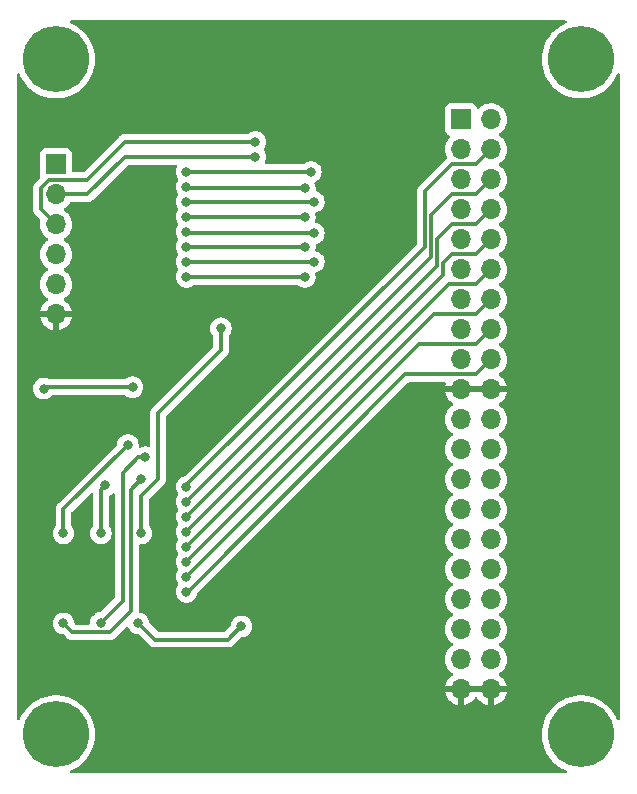
<source format=gbl>
G04 #@! TF.GenerationSoftware,KiCad,Pcbnew,6.0.6-3a73a75311~116~ubuntu22.04.1*
G04 #@! TF.CreationDate,2022-06-23T20:47:55-04:00*
G04 #@! TF.ProjectId,switch_mux_breakout,73776974-6368-45f6-9d75-785f62726561,0*
G04 #@! TF.SameCoordinates,Original*
G04 #@! TF.FileFunction,Copper,L2,Bot*
G04 #@! TF.FilePolarity,Positive*
%FSLAX46Y46*%
G04 Gerber Fmt 4.6, Leading zero omitted, Abs format (unit mm)*
G04 Created by KiCad (PCBNEW 6.0.6-3a73a75311~116~ubuntu22.04.1) date 2022-06-23 20:47:55*
%MOMM*%
%LPD*%
G01*
G04 APERTURE LIST*
G04 #@! TA.AperFunction,ComponentPad*
%ADD10R,1.700000X1.700000*%
G04 #@! TD*
G04 #@! TA.AperFunction,ComponentPad*
%ADD11O,1.700000X1.700000*%
G04 #@! TD*
G04 #@! TA.AperFunction,ComponentPad*
%ADD12C,5.600000*%
G04 #@! TD*
G04 #@! TA.AperFunction,ViaPad*
%ADD13C,0.800000*%
G04 #@! TD*
G04 #@! TA.AperFunction,Conductor*
%ADD14C,0.300000*%
G04 #@! TD*
G04 APERTURE END LIST*
D10*
X125730001Y-82550001D03*
D11*
X125730001Y-85090001D03*
X125730001Y-87630001D03*
X125730001Y-90170001D03*
X125730001Y-92710001D03*
X125730001Y-95250001D03*
D12*
X170180001Y-73660001D03*
X170180001Y-130810001D03*
X125730001Y-130810001D03*
D10*
X160020001Y-78740001D03*
D11*
X162560001Y-78740001D03*
X160020001Y-81280001D03*
X162560001Y-81280001D03*
X160020001Y-83820001D03*
X162560001Y-83820001D03*
X160020001Y-86360001D03*
X162560001Y-86360001D03*
X160020001Y-88900001D03*
X162560001Y-88900001D03*
X160020001Y-91440001D03*
X162560001Y-91440001D03*
X160020001Y-93980001D03*
X162560001Y-93980001D03*
X160020001Y-96520001D03*
X162560001Y-96520001D03*
X160020001Y-99060001D03*
X162560001Y-99060001D03*
X160020001Y-101600001D03*
X162560001Y-101600001D03*
X160020001Y-104140001D03*
X162560001Y-104140001D03*
X160020001Y-106680001D03*
X162560001Y-106680001D03*
X160020001Y-109220001D03*
X162560001Y-109220001D03*
X160020001Y-111760001D03*
X162560001Y-111760001D03*
X160020001Y-114300001D03*
X162560001Y-114300001D03*
X160020001Y-116840001D03*
X162560001Y-116840001D03*
X160020001Y-119380001D03*
X162560001Y-119380001D03*
X160020001Y-121920001D03*
X162560001Y-121920001D03*
X160020001Y-124460001D03*
X162560001Y-124460001D03*
X160020001Y-127000001D03*
X162560001Y-127000001D03*
D12*
X125730001Y-73660001D03*
D13*
X142621001Y-81915001D03*
X142621001Y-80645001D03*
X124688601Y-101549201D03*
X132219901Y-101422201D03*
X132969001Y-113792001D03*
X139700001Y-96418401D03*
X129921001Y-109728001D03*
X129540001Y-113792001D03*
X126365001Y-113792001D03*
X131826001Y-106299001D03*
X141427201Y-121666001D03*
X132715001Y-121412001D03*
X147320001Y-83185001D03*
X136779001Y-83185001D03*
X136779001Y-109855001D03*
X146812001Y-84582001D03*
X136779001Y-84455001D03*
X136779001Y-111125001D03*
X147574001Y-85725001D03*
X136779001Y-85725001D03*
X136779001Y-112395001D03*
X146812001Y-86995001D03*
X136779001Y-86995001D03*
X136779001Y-113665001D03*
X147574001Y-88392001D03*
X136779001Y-88265001D03*
X136779001Y-114935001D03*
X146812001Y-89535001D03*
X136779001Y-89535001D03*
X136779001Y-116205001D03*
X136779001Y-90805001D03*
X147574001Y-90805001D03*
X136779001Y-117475001D03*
X146812001Y-92075001D03*
X136779001Y-92075001D03*
X136779001Y-118745001D03*
X133299201Y-107340401D03*
X129540001Y-121361201D03*
X126365001Y-121412001D03*
X132969001Y-109220001D03*
X135051801Y-121462801D03*
X138430001Y-130175001D03*
X140131801Y-74980801D03*
X141351001Y-101727001D03*
X127965201Y-117830601D03*
X134950201Y-95250001D03*
X132842001Y-74980801D03*
D14*
X128397001Y-85090001D02*
X125730001Y-85090001D01*
X131572001Y-81915001D02*
X128397001Y-85090001D01*
X142621001Y-81915001D02*
X131572001Y-81915001D01*
X131572001Y-80645001D02*
X128326512Y-83890490D01*
X142621001Y-80645001D02*
X131572001Y-80645001D01*
X124460001Y-86360001D02*
X125730001Y-87630001D01*
X124460001Y-84582001D02*
X124460001Y-86360001D01*
X125151512Y-83890490D02*
X124460001Y-84582001D01*
X128326512Y-83890490D02*
X125151512Y-83890490D01*
X132219901Y-101422201D02*
X124815601Y-101422201D01*
X124815601Y-101422201D02*
X124688601Y-101549201D01*
X134366001Y-109220001D02*
X132969001Y-110617001D01*
X139700001Y-98298001D02*
X134366001Y-103632001D01*
X134366001Y-103632001D02*
X134366001Y-109220001D01*
X139700001Y-96418401D02*
X139700001Y-98298001D01*
X132969001Y-110617001D02*
X132969001Y-113792001D01*
X129540001Y-110109001D02*
X129540001Y-113792001D01*
X129921001Y-109728001D02*
X129540001Y-110109001D01*
X126365001Y-113792001D02*
X126365001Y-111760001D01*
X126365001Y-111760001D02*
X131826001Y-106299001D01*
X134086601Y-122783601D02*
X140309601Y-122783601D01*
X140309601Y-122783601D02*
X141427201Y-121666001D01*
X132715001Y-121412001D02*
X134086601Y-122783601D01*
X136779001Y-83185001D02*
X147320001Y-83185001D01*
X156972001Y-89535001D02*
X136779001Y-109728001D01*
X156972001Y-84836001D02*
X156972001Y-89535001D01*
X159258001Y-82550001D02*
X156972001Y-84836001D01*
X161290001Y-82550001D02*
X159258001Y-82550001D01*
X136779001Y-109728001D02*
X136779001Y-109855001D01*
X162560001Y-81280001D02*
X161290001Y-82550001D01*
X136779001Y-84455001D02*
X136906001Y-84582001D01*
X136906001Y-84582001D02*
X146812001Y-84582001D01*
X161290001Y-85090001D02*
X159258001Y-85090001D01*
X157480001Y-90424001D02*
X136779001Y-111125001D01*
X159258001Y-85090001D02*
X157480001Y-86868001D01*
X162560001Y-83820001D02*
X161290001Y-85090001D01*
X157480001Y-86868001D02*
X157480001Y-90424001D01*
X136779001Y-85725001D02*
X147574001Y-85725001D01*
X161290001Y-87630001D02*
X159258001Y-87630001D01*
X162560001Y-86360001D02*
X161290001Y-87630001D01*
X157988001Y-88900001D02*
X157988001Y-91186001D01*
X157988001Y-91186001D02*
X136779001Y-112395001D01*
X159258001Y-87630001D02*
X157988001Y-88900001D01*
X136779001Y-86995001D02*
X146812001Y-86995001D01*
X158496001Y-91948001D02*
X136779001Y-113665001D01*
X161290001Y-90170001D02*
X159258001Y-90170001D01*
X159258001Y-90170001D02*
X158496001Y-90932001D01*
X158496001Y-90932001D02*
X158496001Y-91948001D01*
X162560001Y-88900001D02*
X161290001Y-90170001D01*
X136779001Y-88265001D02*
X136906001Y-88392001D01*
X136906001Y-88392001D02*
X147574001Y-88392001D01*
X159004001Y-92710001D02*
X136779001Y-114935001D01*
X161290001Y-92710001D02*
X159004001Y-92710001D01*
X162560001Y-91440001D02*
X161290001Y-92710001D01*
X136779001Y-89535001D02*
X146812001Y-89535001D01*
X157734001Y-95250001D02*
X136779001Y-116205001D01*
X162560001Y-93980001D02*
X161290001Y-95250001D01*
X161290001Y-95250001D02*
X157734001Y-95250001D01*
X136779001Y-90805001D02*
X147574001Y-90805001D01*
X161290001Y-97790001D02*
X156464001Y-97790001D01*
X156464001Y-97790001D02*
X136779001Y-117475001D01*
X162560001Y-96520001D02*
X161290001Y-97790001D01*
X136779001Y-92075001D02*
X146812001Y-92075001D01*
X161290001Y-100330001D02*
X155321001Y-100330001D01*
X155321001Y-100330001D02*
X136906001Y-118745001D01*
X136906001Y-118745001D02*
X136779001Y-118745001D01*
X162560001Y-99060001D02*
X161290001Y-100330001D01*
X129540001Y-121361201D02*
X131368801Y-119532401D01*
X132689601Y-107340401D02*
X133299201Y-107340401D01*
X131368801Y-119532401D02*
X131368801Y-108661201D01*
X131368801Y-108661201D02*
X132689601Y-107340401D01*
X130302001Y-122174001D02*
X132080001Y-120396001D01*
X127127001Y-122174001D02*
X130302001Y-122174001D01*
X132080001Y-110109001D02*
X132080001Y-120396001D01*
X132969001Y-109220001D02*
X132080001Y-110109001D01*
X127127001Y-122174001D02*
X126365001Y-121412001D01*
G04 #@! TA.AperFunction,Conductor*
G36*
X168864886Y-70358502D02*
G01*
X168933007Y-70378504D01*
X168979500Y-70432160D01*
X168989604Y-70502434D01*
X168960110Y-70567014D01*
X168917537Y-70598974D01*
X168634695Y-70729067D01*
X168327194Y-70913102D01*
X168324468Y-70915164D01*
X168324466Y-70915165D01*
X168139913Y-71054742D01*
X168041368Y-71129271D01*
X167780560Y-71375044D01*
X167778348Y-71377634D01*
X167778346Y-71377636D01*
X167771172Y-71386036D01*
X167547820Y-71647547D01*
X167545901Y-71650359D01*
X167545898Y-71650364D01*
X167452625Y-71787098D01*
X167345872Y-71943592D01*
X167177078Y-72259715D01*
X167043412Y-72592219D01*
X167042492Y-72595493D01*
X167042490Y-72595498D01*
X167040333Y-72603174D01*
X166946438Y-72937214D01*
X166887291Y-73290664D01*
X166866662Y-73648435D01*
X166884793Y-74006341D01*
X166885330Y-74009696D01*
X166885331Y-74009702D01*
X166890317Y-74040829D01*
X166941471Y-74360196D01*
X167036034Y-74705860D01*
X167167375Y-75039289D01*
X167333958Y-75356583D01*
X167335859Y-75359412D01*
X167335865Y-75359422D01*
X167519570Y-75632801D01*
X167533835Y-75654030D01*
X167764666Y-75928151D01*
X168023752Y-76175739D01*
X168308062Y-76393898D01*
X168340057Y-76413351D01*
X168611356Y-76578304D01*
X168611361Y-76578307D01*
X168614271Y-76580076D01*
X168617359Y-76581522D01*
X168617358Y-76581522D01*
X168935711Y-76730650D01*
X168935721Y-76730654D01*
X168938795Y-76732094D01*
X168942013Y-76733196D01*
X168942016Y-76733197D01*
X169274616Y-76847072D01*
X169274624Y-76847074D01*
X169277839Y-76848175D01*
X169627436Y-76926960D01*
X169679729Y-76932918D01*
X169980115Y-76967143D01*
X169980123Y-76967143D01*
X169983498Y-76967528D01*
X169986902Y-76967546D01*
X169986905Y-76967546D01*
X170181228Y-76968563D01*
X170341858Y-76969404D01*
X170345244Y-76969054D01*
X170345246Y-76969054D01*
X170694933Y-76932918D01*
X170694942Y-76932917D01*
X170698325Y-76932567D01*
X170701658Y-76931853D01*
X170701661Y-76931852D01*
X170874187Y-76894865D01*
X171048728Y-76857447D01*
X171388969Y-76744923D01*
X171715067Y-76596312D01*
X171809053Y-76540507D01*
X172020263Y-76415100D01*
X172020268Y-76415097D01*
X172023208Y-76413351D01*
X172309787Y-76198181D01*
X172571452Y-75953320D01*
X172805141Y-75681631D01*
X172911751Y-75526513D01*
X173006191Y-75389102D01*
X173006196Y-75389095D01*
X173008121Y-75386293D01*
X173009733Y-75383299D01*
X173009738Y-75383291D01*
X173176396Y-75073773D01*
X173178018Y-75070761D01*
X173238758Y-74921176D01*
X173282919Y-74865585D01*
X173350125Y-74842695D01*
X173419037Y-74859772D01*
X173467777Y-74911395D01*
X173481501Y-74968580D01*
X173481500Y-84058220D01*
X173481498Y-129500853D01*
X173461496Y-129568974D01*
X173407840Y-129615467D01*
X173337566Y-129625571D01*
X173272986Y-129596077D01*
X173238427Y-129547441D01*
X173189053Y-129423370D01*
X173187794Y-129420206D01*
X173157769Y-129363499D01*
X173021703Y-129106514D01*
X173021699Y-129106507D01*
X173020104Y-129103495D01*
X172819191Y-128806747D01*
X172587404Y-128533433D01*
X172327455Y-128286751D01*
X172042385Y-128069586D01*
X172039473Y-128067829D01*
X172039468Y-128067826D01*
X171738444Y-127886237D01*
X171738438Y-127886234D01*
X171735529Y-127884479D01*
X171410476Y-127733594D01*
X171189733Y-127658877D01*
X171074256Y-127619790D01*
X171074251Y-127619789D01*
X171071029Y-127618698D01*
X170872682Y-127574725D01*
X170724494Y-127541872D01*
X170724488Y-127541871D01*
X170721159Y-127541133D01*
X170717770Y-127540759D01*
X170717765Y-127540758D01*
X170368339Y-127502181D01*
X170368334Y-127502181D01*
X170364958Y-127501808D01*
X170361559Y-127501802D01*
X170361558Y-127501802D01*
X170192081Y-127501506D01*
X170006593Y-127501183D01*
X169893414Y-127513278D01*
X169653640Y-127538902D01*
X169653632Y-127538903D01*
X169650257Y-127539264D01*
X169300118Y-127615607D01*
X168960272Y-127729318D01*
X168957179Y-127730740D01*
X168957178Y-127730741D01*
X168775091Y-127814492D01*
X168634695Y-127879067D01*
X168327194Y-128063102D01*
X168324468Y-128065164D01*
X168324466Y-128065165D01*
X168053373Y-128270192D01*
X168041368Y-128279271D01*
X168038883Y-128281613D01*
X168038878Y-128281617D01*
X167986057Y-128331393D01*
X167780560Y-128525044D01*
X167547820Y-128797547D01*
X167545901Y-128800359D01*
X167545898Y-128800364D01*
X167452625Y-128937098D01*
X167345872Y-129093592D01*
X167177078Y-129409715D01*
X167043412Y-129742219D01*
X167042492Y-129745493D01*
X167042490Y-129745498D01*
X167040333Y-129753174D01*
X166946438Y-130087214D01*
X166887291Y-130440664D01*
X166866662Y-130798435D01*
X166884793Y-131156341D01*
X166885330Y-131159696D01*
X166885331Y-131159702D01*
X166924583Y-131404758D01*
X166941471Y-131510196D01*
X167036034Y-131855860D01*
X167167375Y-132189289D01*
X167198152Y-132247910D01*
X167263136Y-132371686D01*
X167333958Y-132506583D01*
X167335859Y-132509412D01*
X167335865Y-132509422D01*
X167488775Y-132736974D01*
X167533835Y-132804030D01*
X167764666Y-133078151D01*
X168023752Y-133325739D01*
X168308062Y-133543898D01*
X168340057Y-133563351D01*
X168611356Y-133728304D01*
X168611361Y-133728307D01*
X168614271Y-133730076D01*
X168617359Y-133731522D01*
X168617358Y-133731522D01*
X168915959Y-133871397D01*
X168969162Y-133918407D01*
X168988504Y-133986718D01*
X168967844Y-134054642D01*
X168913741Y-134100614D01*
X168862510Y-134111499D01*
X148027645Y-134111499D01*
X127044059Y-134111498D01*
X126975938Y-134091496D01*
X126929445Y-134037840D01*
X126919341Y-133967566D01*
X126948835Y-133902986D01*
X126991808Y-133870843D01*
X127261955Y-133747730D01*
X127265067Y-133746312D01*
X127359053Y-133690507D01*
X127570263Y-133565100D01*
X127570268Y-133565097D01*
X127573208Y-133563351D01*
X127859787Y-133348181D01*
X128121452Y-133103320D01*
X128355141Y-132831631D01*
X128461751Y-132676513D01*
X128556191Y-132539102D01*
X128556196Y-132539095D01*
X128558121Y-132536293D01*
X128559733Y-132533299D01*
X128559738Y-132533291D01*
X128726396Y-132223773D01*
X128728018Y-132220761D01*
X128862843Y-131888725D01*
X128873143Y-131852569D01*
X128943845Y-131604367D01*
X128961021Y-131544071D01*
X129021402Y-131190829D01*
X129023512Y-131156341D01*
X129043169Y-130834929D01*
X129043279Y-130833132D01*
X129043360Y-130810001D01*
X129023980Y-130452160D01*
X128966067Y-130098506D01*
X128870298Y-129753174D01*
X128867244Y-129745498D01*
X128739053Y-129423370D01*
X128737794Y-129420206D01*
X128707769Y-129363499D01*
X128571703Y-129106514D01*
X128571699Y-129106507D01*
X128570104Y-129103495D01*
X128369191Y-128806747D01*
X128137404Y-128533433D01*
X127877455Y-128286751D01*
X127592385Y-128069586D01*
X127589473Y-128067829D01*
X127589468Y-128067826D01*
X127288444Y-127886237D01*
X127288438Y-127886234D01*
X127285529Y-127884479D01*
X126960476Y-127733594D01*
X126739733Y-127658877D01*
X126624256Y-127619790D01*
X126624251Y-127619789D01*
X126621029Y-127618698D01*
X126422682Y-127574725D01*
X126274494Y-127541872D01*
X126274488Y-127541871D01*
X126271159Y-127541133D01*
X126267770Y-127540759D01*
X126267765Y-127540758D01*
X125918339Y-127502181D01*
X125918334Y-127502181D01*
X125914958Y-127501808D01*
X125911559Y-127501802D01*
X125911558Y-127501802D01*
X125742081Y-127501506D01*
X125556593Y-127501183D01*
X125443414Y-127513278D01*
X125203640Y-127538902D01*
X125203632Y-127538903D01*
X125200257Y-127539264D01*
X124850118Y-127615607D01*
X124510272Y-127729318D01*
X124507179Y-127730740D01*
X124507178Y-127730741D01*
X124325091Y-127814492D01*
X124184695Y-127879067D01*
X123877194Y-128063102D01*
X123874468Y-128065164D01*
X123874466Y-128065165D01*
X123603373Y-128270192D01*
X123591368Y-128279271D01*
X123588883Y-128281613D01*
X123588878Y-128281617D01*
X123536057Y-128331393D01*
X123330560Y-128525044D01*
X123097820Y-128797547D01*
X123095901Y-128800359D01*
X123095898Y-128800364D01*
X123002625Y-128937098D01*
X122895872Y-129093592D01*
X122727078Y-129409715D01*
X122725807Y-129412876D01*
X122725804Y-129412883D01*
X122671405Y-129548205D01*
X122627439Y-129603950D01*
X122560314Y-129627075D01*
X122491342Y-129610238D01*
X122442422Y-129558786D01*
X122428498Y-129501209D01*
X122428498Y-127267967D01*
X158688258Y-127267967D01*
X158718566Y-127402447D01*
X158721646Y-127412276D01*
X158801771Y-127609604D01*
X158806414Y-127618795D01*
X158917695Y-127800389D01*
X158923778Y-127808700D01*
X159063214Y-127969668D01*
X159070581Y-127976884D01*
X159234435Y-128112917D01*
X159242882Y-128118832D01*
X159426757Y-128226280D01*
X159436043Y-128230730D01*
X159635002Y-128306704D01*
X159644900Y-128309580D01*
X159748251Y-128330607D01*
X159762300Y-128329411D01*
X159766001Y-128319066D01*
X159766001Y-128318518D01*
X160274001Y-128318518D01*
X160278065Y-128332360D01*
X160291479Y-128334394D01*
X160298185Y-128333535D01*
X160308263Y-128331393D01*
X160512256Y-128270192D01*
X160521843Y-128266434D01*
X160713096Y-128172740D01*
X160721946Y-128167465D01*
X160895329Y-128043793D01*
X160903201Y-128037140D01*
X161054053Y-127886813D01*
X161060731Y-127878966D01*
X161188023Y-127701820D01*
X161189148Y-127702628D01*
X161236670Y-127658877D01*
X161306608Y-127646662D01*
X161372047Y-127674198D01*
X161399871Y-127706029D01*
X161457691Y-127800384D01*
X161463778Y-127808700D01*
X161603214Y-127969668D01*
X161610581Y-127976884D01*
X161774435Y-128112917D01*
X161782882Y-128118832D01*
X161966757Y-128226280D01*
X161976043Y-128230730D01*
X162175002Y-128306704D01*
X162184900Y-128309580D01*
X162288251Y-128330607D01*
X162302300Y-128329411D01*
X162306001Y-128319066D01*
X162306001Y-128318518D01*
X162814001Y-128318518D01*
X162818065Y-128332360D01*
X162831479Y-128334394D01*
X162838185Y-128333535D01*
X162848263Y-128331393D01*
X163052256Y-128270192D01*
X163061843Y-128266434D01*
X163253096Y-128172740D01*
X163261946Y-128167465D01*
X163435329Y-128043793D01*
X163443201Y-128037140D01*
X163594053Y-127886813D01*
X163600731Y-127878966D01*
X163725004Y-127706021D01*
X163730314Y-127697184D01*
X163824671Y-127506268D01*
X163828470Y-127496673D01*
X163890378Y-127292911D01*
X163892556Y-127282838D01*
X163893987Y-127271963D01*
X163891776Y-127257779D01*
X163878618Y-127254001D01*
X162832116Y-127254001D01*
X162816877Y-127258476D01*
X162815672Y-127259866D01*
X162814001Y-127267549D01*
X162814001Y-128318518D01*
X162306001Y-128318518D01*
X162306001Y-127272116D01*
X162301526Y-127256877D01*
X162300136Y-127255672D01*
X162292453Y-127254001D01*
X160292116Y-127254001D01*
X160276877Y-127258476D01*
X160275672Y-127259866D01*
X160274001Y-127267549D01*
X160274001Y-128318518D01*
X159766001Y-128318518D01*
X159766001Y-127272116D01*
X159761526Y-127256877D01*
X159760136Y-127255672D01*
X159752453Y-127254001D01*
X158703226Y-127254001D01*
X158689695Y-127257974D01*
X158688258Y-127267967D01*
X122428498Y-127267967D01*
X122428499Y-124426696D01*
X158657252Y-124426696D01*
X158657549Y-124431849D01*
X158657549Y-124431852D01*
X158663012Y-124526591D01*
X158670111Y-124649716D01*
X158671248Y-124654762D01*
X158671249Y-124654768D01*
X158691120Y-124742940D01*
X158719223Y-124867640D01*
X158803267Y-125074617D01*
X158854020Y-125157439D01*
X158917292Y-125260689D01*
X158919988Y-125265089D01*
X159066251Y-125433939D01*
X159238127Y-125576633D01*
X159311956Y-125619775D01*
X159360680Y-125671413D01*
X159373751Y-125741196D01*
X159347020Y-125806968D01*
X159306563Y-125840328D01*
X159298458Y-125844547D01*
X159289739Y-125850037D01*
X159119434Y-125977906D01*
X159111727Y-125984749D01*
X158964591Y-126138718D01*
X158958105Y-126146728D01*
X158838099Y-126322650D01*
X158833001Y-126331624D01*
X158743339Y-126524784D01*
X158739776Y-126534471D01*
X158684390Y-126734184D01*
X158685913Y-126742608D01*
X158698293Y-126746001D01*
X163878345Y-126746001D01*
X163891876Y-126742028D01*
X163893181Y-126732948D01*
X163851215Y-126565876D01*
X163847895Y-126556125D01*
X163762973Y-126360815D01*
X163758106Y-126351740D01*
X163642427Y-126172927D01*
X163636137Y-126164758D01*
X163492807Y-126007241D01*
X163485274Y-126000216D01*
X163318140Y-125868223D01*
X163309557Y-125862521D01*
X163272603Y-125842121D01*
X163222632Y-125791688D01*
X163207860Y-125722246D01*
X163232976Y-125655840D01*
X163260328Y-125629233D01*
X163283798Y-125612492D01*
X163439861Y-125501174D01*
X163598097Y-125343490D01*
X163657595Y-125260690D01*
X163725436Y-125166278D01*
X163728454Y-125162078D01*
X163749321Y-125119858D01*
X163825137Y-124966454D01*
X163825138Y-124966452D01*
X163827431Y-124961812D01*
X163892371Y-124748070D01*
X163921530Y-124526591D01*
X163923157Y-124460001D01*
X163904853Y-124237362D01*
X163850432Y-124020703D01*
X163761355Y-123815841D01*
X163640015Y-123628278D01*
X163489671Y-123463052D01*
X163485620Y-123459853D01*
X163485616Y-123459849D01*
X163318415Y-123327801D01*
X163318411Y-123327799D01*
X163314360Y-123324599D01*
X163273054Y-123301797D01*
X163223085Y-123251365D01*
X163208313Y-123181922D01*
X163233429Y-123115517D01*
X163260781Y-123088910D01*
X163304604Y-123057651D01*
X163439861Y-122961174D01*
X163598097Y-122803490D01*
X163602266Y-122797689D01*
X163725436Y-122626278D01*
X163728454Y-122622078D01*
X163733729Y-122611406D01*
X163825137Y-122426454D01*
X163825138Y-122426452D01*
X163827431Y-122421812D01*
X163892371Y-122208070D01*
X163921530Y-121986591D01*
X163923157Y-121920001D01*
X163904853Y-121697362D01*
X163850432Y-121480703D01*
X163761355Y-121275841D01*
X163693707Y-121171273D01*
X163642823Y-121092618D01*
X163642821Y-121092615D01*
X163640015Y-121088278D01*
X163489671Y-120923052D01*
X163485620Y-120919853D01*
X163485616Y-120919849D01*
X163318415Y-120787801D01*
X163318411Y-120787799D01*
X163314360Y-120784599D01*
X163273054Y-120761797D01*
X163223085Y-120711365D01*
X163208313Y-120641922D01*
X163233429Y-120575517D01*
X163260781Y-120548910D01*
X163324442Y-120503501D01*
X163439861Y-120421174D01*
X163598097Y-120263490D01*
X163657595Y-120180690D01*
X163725436Y-120086278D01*
X163728454Y-120082078D01*
X163749321Y-120039858D01*
X163825137Y-119886454D01*
X163825138Y-119886452D01*
X163827431Y-119881812D01*
X163892371Y-119668070D01*
X163921530Y-119446591D01*
X163921612Y-119443241D01*
X163923075Y-119383366D01*
X163923075Y-119383362D01*
X163923157Y-119380001D01*
X163904853Y-119157362D01*
X163850432Y-118940703D01*
X163761355Y-118735841D01*
X163640015Y-118548278D01*
X163489671Y-118383052D01*
X163485620Y-118379853D01*
X163485616Y-118379849D01*
X163318415Y-118247801D01*
X163318411Y-118247799D01*
X163314360Y-118244599D01*
X163273054Y-118221797D01*
X163223085Y-118171365D01*
X163208313Y-118101922D01*
X163233429Y-118035517D01*
X163260781Y-118008910D01*
X163304604Y-117977651D01*
X163439861Y-117881174D01*
X163598097Y-117723490D01*
X163657595Y-117640690D01*
X163725436Y-117546278D01*
X163728454Y-117542078D01*
X163749321Y-117499858D01*
X163825137Y-117346454D01*
X163825138Y-117346452D01*
X163827431Y-117341812D01*
X163892371Y-117128070D01*
X163921530Y-116906591D01*
X163923157Y-116840001D01*
X163904853Y-116617362D01*
X163850432Y-116400703D01*
X163761355Y-116195841D01*
X163640015Y-116008278D01*
X163489671Y-115843052D01*
X163485620Y-115839853D01*
X163485616Y-115839849D01*
X163318415Y-115707801D01*
X163318411Y-115707799D01*
X163314360Y-115704599D01*
X163273054Y-115681797D01*
X163223085Y-115631365D01*
X163208313Y-115561922D01*
X163233429Y-115495517D01*
X163260781Y-115468910D01*
X163304604Y-115437651D01*
X163439861Y-115341174D01*
X163598097Y-115183490D01*
X163657595Y-115100690D01*
X163725436Y-115006278D01*
X163728454Y-115002078D01*
X163749321Y-114959858D01*
X163825137Y-114806454D01*
X163825138Y-114806452D01*
X163827431Y-114801812D01*
X163892371Y-114588070D01*
X163921530Y-114366591D01*
X163923157Y-114300001D01*
X163904853Y-114077362D01*
X163850432Y-113860703D01*
X163761355Y-113655841D01*
X163640015Y-113468278D01*
X163489671Y-113303052D01*
X163485620Y-113299853D01*
X163485616Y-113299849D01*
X163318415Y-113167801D01*
X163318411Y-113167799D01*
X163314360Y-113164599D01*
X163273054Y-113141797D01*
X163223085Y-113091365D01*
X163208313Y-113021922D01*
X163233429Y-112955517D01*
X163260781Y-112928910D01*
X163304604Y-112897651D01*
X163439861Y-112801174D01*
X163598097Y-112643490D01*
X163657595Y-112560690D01*
X163725436Y-112466278D01*
X163728454Y-112462078D01*
X163749321Y-112419858D01*
X163825137Y-112266454D01*
X163825138Y-112266452D01*
X163827431Y-112261812D01*
X163892371Y-112048070D01*
X163921530Y-111826591D01*
X163923157Y-111760001D01*
X163904853Y-111537362D01*
X163850432Y-111320703D01*
X163761355Y-111115841D01*
X163721907Y-111054863D01*
X163642823Y-110932618D01*
X163642821Y-110932615D01*
X163640015Y-110928278D01*
X163489671Y-110763052D01*
X163485620Y-110759853D01*
X163485616Y-110759849D01*
X163318415Y-110627801D01*
X163318411Y-110627799D01*
X163314360Y-110624599D01*
X163273054Y-110601797D01*
X163223085Y-110551365D01*
X163208313Y-110481922D01*
X163233429Y-110415517D01*
X163260781Y-110388910D01*
X163307157Y-110355830D01*
X163439861Y-110261174D01*
X163598097Y-110103490D01*
X163657595Y-110020690D01*
X163725436Y-109926278D01*
X163728454Y-109922078D01*
X163749321Y-109879858D01*
X163825137Y-109726454D01*
X163825138Y-109726452D01*
X163827431Y-109721812D01*
X163892371Y-109508070D01*
X163921530Y-109286591D01*
X163921612Y-109283241D01*
X163923075Y-109223366D01*
X163923075Y-109223362D01*
X163923157Y-109220001D01*
X163904853Y-108997362D01*
X163850432Y-108780703D01*
X163761355Y-108575841D01*
X163658508Y-108416864D01*
X163642823Y-108392618D01*
X163642821Y-108392615D01*
X163640015Y-108388278D01*
X163489671Y-108223052D01*
X163485620Y-108219853D01*
X163485616Y-108219849D01*
X163318415Y-108087801D01*
X163318411Y-108087799D01*
X163314360Y-108084599D01*
X163273054Y-108061797D01*
X163223085Y-108011365D01*
X163208313Y-107941922D01*
X163233429Y-107875517D01*
X163260781Y-107848910D01*
X163304604Y-107817651D01*
X163439861Y-107721174D01*
X163598097Y-107563490D01*
X163657595Y-107480690D01*
X163725436Y-107386278D01*
X163728454Y-107382078D01*
X163749321Y-107339858D01*
X163825137Y-107186454D01*
X163825138Y-107186452D01*
X163827431Y-107181812D01*
X163892371Y-106968070D01*
X163921530Y-106746591D01*
X163923157Y-106680001D01*
X163904853Y-106457362D01*
X163850432Y-106240703D01*
X163761355Y-106035841D01*
X163721907Y-105974863D01*
X163642823Y-105852618D01*
X163642821Y-105852615D01*
X163640015Y-105848278D01*
X163489671Y-105683052D01*
X163485620Y-105679853D01*
X163485616Y-105679849D01*
X163318415Y-105547801D01*
X163318411Y-105547799D01*
X163314360Y-105544599D01*
X163273054Y-105521797D01*
X163223085Y-105471365D01*
X163208313Y-105401922D01*
X163233429Y-105335517D01*
X163260781Y-105308910D01*
X163304604Y-105277651D01*
X163439861Y-105181174D01*
X163598097Y-105023490D01*
X163657595Y-104940690D01*
X163725436Y-104846278D01*
X163728454Y-104842078D01*
X163749321Y-104799858D01*
X163825137Y-104646454D01*
X163825138Y-104646452D01*
X163827431Y-104641812D01*
X163892371Y-104428070D01*
X163921530Y-104206591D01*
X163923157Y-104140001D01*
X163904853Y-103917362D01*
X163850432Y-103700703D01*
X163761355Y-103495841D01*
X163640015Y-103308278D01*
X163489671Y-103143052D01*
X163485620Y-103139853D01*
X163485616Y-103139849D01*
X163318415Y-103007801D01*
X163318411Y-103007799D01*
X163314360Y-103004599D01*
X163272570Y-102981530D01*
X163222599Y-102931098D01*
X163207827Y-102861655D01*
X163232943Y-102795249D01*
X163260295Y-102768642D01*
X163435329Y-102643793D01*
X163443201Y-102637140D01*
X163594053Y-102486813D01*
X163600731Y-102478966D01*
X163725004Y-102306021D01*
X163730314Y-102297184D01*
X163824671Y-102106268D01*
X163828470Y-102096673D01*
X163890378Y-101892911D01*
X163892556Y-101882838D01*
X163893987Y-101871963D01*
X163891776Y-101857779D01*
X163878618Y-101854001D01*
X158703226Y-101854001D01*
X158689695Y-101857974D01*
X158688258Y-101867967D01*
X158718566Y-102002447D01*
X158721646Y-102012276D01*
X158801771Y-102209604D01*
X158806414Y-102218795D01*
X158917695Y-102400389D01*
X158923778Y-102408700D01*
X159063214Y-102569668D01*
X159070581Y-102576884D01*
X159234435Y-102712917D01*
X159242882Y-102718832D01*
X159311970Y-102759204D01*
X159360694Y-102810843D01*
X159373765Y-102880626D01*
X159347034Y-102946397D01*
X159306585Y-102979753D01*
X159293608Y-102986508D01*
X159289475Y-102989611D01*
X159289472Y-102989613D01*
X159122519Y-103114965D01*
X159114966Y-103120636D01*
X158960630Y-103282139D01*
X158834744Y-103466681D01*
X158819004Y-103500591D01*
X158746337Y-103657139D01*
X158740689Y-103669306D01*
X158680990Y-103884571D01*
X158657252Y-104106696D01*
X158657549Y-104111849D01*
X158657549Y-104111852D01*
X158663012Y-104206591D01*
X158670111Y-104329716D01*
X158671248Y-104334762D01*
X158671249Y-104334768D01*
X158691120Y-104422940D01*
X158719223Y-104547640D01*
X158803267Y-104754617D01*
X158854020Y-104837439D01*
X158917292Y-104940689D01*
X158919988Y-104945089D01*
X159066251Y-105113939D01*
X159238127Y-105256633D01*
X159308596Y-105297812D01*
X159311446Y-105299477D01*
X159360170Y-105351115D01*
X159373241Y-105420898D01*
X159346510Y-105486670D01*
X159306056Y-105520028D01*
X159293608Y-105526508D01*
X159289475Y-105529611D01*
X159289472Y-105529613D01*
X159119101Y-105657531D01*
X159114966Y-105660636D01*
X158960630Y-105822139D01*
X158834744Y-106006681D01*
X158740689Y-106209306D01*
X158680990Y-106424571D01*
X158657252Y-106646696D01*
X158657549Y-106651849D01*
X158657549Y-106651852D01*
X158663012Y-106746591D01*
X158670111Y-106869716D01*
X158671248Y-106874762D01*
X158671249Y-106874768D01*
X158691120Y-106962940D01*
X158719223Y-107087640D01*
X158803267Y-107294617D01*
X158854020Y-107377439D01*
X158917292Y-107480689D01*
X158919988Y-107485089D01*
X159066251Y-107653939D01*
X159238127Y-107796633D01*
X159308596Y-107837812D01*
X159311446Y-107839477D01*
X159360170Y-107891115D01*
X159373241Y-107960898D01*
X159346510Y-108026670D01*
X159306056Y-108060028D01*
X159293608Y-108066508D01*
X159289475Y-108069611D01*
X159289472Y-108069613D01*
X159207021Y-108131519D01*
X159114966Y-108200636D01*
X158960630Y-108362139D01*
X158957721Y-108366404D01*
X158957715Y-108366412D01*
X158923299Y-108416864D01*
X158834744Y-108546681D01*
X158820200Y-108578013D01*
X158767172Y-108692254D01*
X158740689Y-108749306D01*
X158680990Y-108964571D01*
X158657252Y-109186696D01*
X158657549Y-109191849D01*
X158657549Y-109191852D01*
X158663012Y-109286591D01*
X158670111Y-109409716D01*
X158671248Y-109414762D01*
X158671249Y-109414768D01*
X158683986Y-109471284D01*
X158719223Y-109627640D01*
X158803267Y-109834617D01*
X158854020Y-109917439D01*
X158917292Y-110020689D01*
X158919988Y-110025089D01*
X159066251Y-110193939D01*
X159238127Y-110336633D01*
X159270979Y-110355830D01*
X159311446Y-110379477D01*
X159360170Y-110431115D01*
X159373241Y-110500898D01*
X159346510Y-110566670D01*
X159306056Y-110600028D01*
X159293608Y-110606508D01*
X159289475Y-110609611D01*
X159289472Y-110609613D01*
X159119101Y-110737531D01*
X159114966Y-110740636D01*
X158960630Y-110902139D01*
X158957721Y-110906404D01*
X158957715Y-110906412D01*
X158939839Y-110932618D01*
X158834744Y-111086681D01*
X158820004Y-111118436D01*
X158762200Y-111242965D01*
X158740689Y-111289306D01*
X158680990Y-111504571D01*
X158657252Y-111726696D01*
X158657549Y-111731849D01*
X158657549Y-111731852D01*
X158664543Y-111853154D01*
X158670111Y-111949716D01*
X158671248Y-111954762D01*
X158671249Y-111954768D01*
X158680509Y-111995856D01*
X158719223Y-112167640D01*
X158803267Y-112374617D01*
X158854020Y-112457439D01*
X158917292Y-112560689D01*
X158919988Y-112565089D01*
X159066251Y-112733939D01*
X159238127Y-112876633D01*
X159308596Y-112917812D01*
X159311446Y-112919477D01*
X159360170Y-112971115D01*
X159373241Y-113040898D01*
X159346510Y-113106670D01*
X159306056Y-113140028D01*
X159293608Y-113146508D01*
X159289475Y-113149611D01*
X159289472Y-113149613D01*
X159149034Y-113255057D01*
X159114966Y-113280636D01*
X158960630Y-113442139D01*
X158957721Y-113446404D01*
X158957715Y-113446412D01*
X158939839Y-113472618D01*
X158834744Y-113626681D01*
X158820004Y-113658436D01*
X158761053Y-113785436D01*
X158740689Y-113829306D01*
X158680990Y-114044571D01*
X158657252Y-114266696D01*
X158657549Y-114271849D01*
X158657549Y-114271852D01*
X158664543Y-114393154D01*
X158670111Y-114489716D01*
X158671248Y-114494762D01*
X158671249Y-114494768D01*
X158691766Y-114585804D01*
X158719223Y-114707640D01*
X158803267Y-114914617D01*
X158854020Y-114997439D01*
X158917292Y-115100689D01*
X158919988Y-115105089D01*
X159066251Y-115273939D01*
X159238127Y-115416633D01*
X159308596Y-115457812D01*
X159311446Y-115459477D01*
X159360170Y-115511115D01*
X159373241Y-115580898D01*
X159346510Y-115646670D01*
X159306056Y-115680028D01*
X159293608Y-115686508D01*
X159289475Y-115689611D01*
X159289472Y-115689613D01*
X159265248Y-115707801D01*
X159114966Y-115820636D01*
X158960630Y-115982139D01*
X158957721Y-115986404D01*
X158957715Y-115986412D01*
X158939839Y-116012618D01*
X158834744Y-116166681D01*
X158740689Y-116369306D01*
X158680990Y-116584571D01*
X158657252Y-116806696D01*
X158657549Y-116811849D01*
X158657549Y-116811852D01*
X158664543Y-116933154D01*
X158670111Y-117029716D01*
X158671248Y-117034762D01*
X158671249Y-117034768D01*
X158685437Y-117097722D01*
X158719223Y-117247640D01*
X158803267Y-117454617D01*
X158854020Y-117537439D01*
X158917292Y-117640689D01*
X158919988Y-117645089D01*
X159066251Y-117813939D01*
X159238127Y-117956633D01*
X159308596Y-117997812D01*
X159311446Y-117999477D01*
X159360170Y-118051115D01*
X159373241Y-118120898D01*
X159346510Y-118186670D01*
X159306056Y-118220028D01*
X159293608Y-118226508D01*
X159289475Y-118229611D01*
X159289472Y-118229613D01*
X159265248Y-118247801D01*
X159114966Y-118360636D01*
X158960630Y-118522139D01*
X158957721Y-118526404D01*
X158957715Y-118526412D01*
X158939839Y-118552618D01*
X158834744Y-118706681D01*
X158740689Y-118909306D01*
X158680990Y-119124571D01*
X158657252Y-119346696D01*
X158657549Y-119351849D01*
X158657549Y-119351852D01*
X158663012Y-119446591D01*
X158670111Y-119569716D01*
X158671248Y-119574762D01*
X158671249Y-119574768D01*
X158680354Y-119615167D01*
X158719223Y-119787640D01*
X158803267Y-119994617D01*
X158854020Y-120077439D01*
X158917292Y-120180689D01*
X158919988Y-120185089D01*
X159066251Y-120353939D01*
X159238127Y-120496633D01*
X159260951Y-120509970D01*
X159311446Y-120539477D01*
X159360170Y-120591115D01*
X159373241Y-120660898D01*
X159346510Y-120726670D01*
X159306056Y-120760028D01*
X159293608Y-120766508D01*
X159289475Y-120769611D01*
X159289472Y-120769613D01*
X159141418Y-120880775D01*
X159114966Y-120900636D01*
X158960630Y-121062139D01*
X158834744Y-121246681D01*
X158787813Y-121347786D01*
X158752570Y-121423711D01*
X158740689Y-121449306D01*
X158680990Y-121664571D01*
X158657252Y-121886696D01*
X158657549Y-121891849D01*
X158657549Y-121891852D01*
X158663012Y-121986591D01*
X158670111Y-122109716D01*
X158671248Y-122114762D01*
X158671249Y-122114768D01*
X158691766Y-122205804D01*
X158719223Y-122327640D01*
X158803267Y-122534617D01*
X158841545Y-122597081D01*
X158917292Y-122720689D01*
X158919988Y-122725089D01*
X159066251Y-122893939D01*
X159238127Y-123036633D01*
X159308596Y-123077812D01*
X159311446Y-123079477D01*
X159360170Y-123131115D01*
X159373241Y-123200898D01*
X159346510Y-123266670D01*
X159306056Y-123300028D01*
X159293608Y-123306508D01*
X159289475Y-123309611D01*
X159289472Y-123309613D01*
X159119101Y-123437531D01*
X159114966Y-123440636D01*
X158960630Y-123602139D01*
X158834744Y-123786681D01*
X158740689Y-123989306D01*
X158680990Y-124204571D01*
X158657252Y-124426696D01*
X122428499Y-124426696D01*
X122428499Y-121412001D01*
X125451497Y-121412001D01*
X125452187Y-121418566D01*
X125455943Y-121454298D01*
X125471459Y-121601929D01*
X125530474Y-121783557D01*
X125625961Y-121948945D01*
X125630379Y-121953852D01*
X125630380Y-121953853D01*
X125749326Y-122085956D01*
X125753748Y-122090867D01*
X125908249Y-122203119D01*
X125914277Y-122205803D01*
X125914279Y-122205804D01*
X126076682Y-122278110D01*
X126082713Y-122280795D01*
X126176113Y-122300648D01*
X126263057Y-122319129D01*
X126263062Y-122319129D01*
X126269514Y-122320501D01*
X126290051Y-122320501D01*
X126358172Y-122340503D01*
X126379146Y-122357406D01*
X126603346Y-122581606D01*
X126611336Y-122590386D01*
X126615585Y-122597081D01*
X126621363Y-122602507D01*
X126621364Y-122602508D01*
X126667258Y-122645605D01*
X126670100Y-122648360D01*
X126690668Y-122668928D01*
X126694171Y-122671645D01*
X126703196Y-122679353D01*
X126736868Y-122710973D01*
X126743819Y-122714794D01*
X126743820Y-122714795D01*
X126755659Y-122721304D01*
X126772183Y-122732158D01*
X126782272Y-122739983D01*
X126789133Y-122745305D01*
X126796405Y-122748452D01*
X126796407Y-122748453D01*
X126831536Y-122763655D01*
X126842196Y-122768877D01*
X126872169Y-122785355D01*
X126882664Y-122791125D01*
X126903442Y-122796460D01*
X126922132Y-122802859D01*
X126941825Y-122811381D01*
X126976564Y-122816883D01*
X126987449Y-122818607D01*
X126999072Y-122821014D01*
X127023755Y-122827351D01*
X127043813Y-122832501D01*
X127065260Y-122832501D01*
X127084970Y-122834052D01*
X127106153Y-122837407D01*
X127152142Y-122833060D01*
X127163997Y-122832501D01*
X130219945Y-122832501D01*
X130231801Y-122833060D01*
X130231804Y-122833060D01*
X130239538Y-122834789D01*
X130310370Y-122832563D01*
X130314328Y-122832501D01*
X130343433Y-122832501D01*
X130347833Y-122831945D01*
X130359665Y-122831013D01*
X130405832Y-122829563D01*
X130426422Y-122823581D01*
X130445783Y-122819571D01*
X130453417Y-122818607D01*
X130459205Y-122817876D01*
X130459206Y-122817876D01*
X130467065Y-122816883D01*
X130474430Y-122813967D01*
X130474434Y-122813966D01*
X130510022Y-122799875D01*
X130521232Y-122796036D01*
X130565601Y-122783146D01*
X130584066Y-122772226D01*
X130601806Y-122763535D01*
X130621757Y-122755636D01*
X130659130Y-122728483D01*
X130669049Y-122721968D01*
X130701978Y-122702494D01*
X130701982Y-122702491D01*
X130708808Y-122698454D01*
X130723972Y-122683290D01*
X130739006Y-122670449D01*
X130756358Y-122657842D01*
X130785804Y-122622248D01*
X130793793Y-122613469D01*
X131672260Y-121735002D01*
X131734572Y-121700976D01*
X131805387Y-121706041D01*
X131862223Y-121748588D01*
X131876461Y-121772847D01*
X131878434Y-121777279D01*
X131880474Y-121783557D01*
X131975961Y-121948945D01*
X131980379Y-121953852D01*
X131980380Y-121953853D01*
X132099326Y-122085956D01*
X132103748Y-122090867D01*
X132258249Y-122203119D01*
X132264277Y-122205803D01*
X132264279Y-122205804D01*
X132426682Y-122278110D01*
X132432713Y-122280795D01*
X132526113Y-122300648D01*
X132613057Y-122319129D01*
X132613062Y-122319129D01*
X132619514Y-122320501D01*
X132640050Y-122320501D01*
X132708171Y-122340503D01*
X132729145Y-122357405D01*
X133562946Y-123191205D01*
X133570936Y-123199986D01*
X133575185Y-123206681D01*
X133580963Y-123212107D01*
X133580964Y-123212108D01*
X133626874Y-123255220D01*
X133629716Y-123257975D01*
X133650268Y-123278527D01*
X133653402Y-123280958D01*
X133653764Y-123281239D01*
X133662792Y-123288949D01*
X133696468Y-123320573D01*
X133703419Y-123324394D01*
X133703420Y-123324395D01*
X133715256Y-123330902D01*
X133731785Y-123341759D01*
X133742470Y-123350048D01*
X133742472Y-123350049D01*
X133748732Y-123354905D01*
X133791145Y-123373258D01*
X133801782Y-123378469D01*
X133842264Y-123400725D01*
X133849943Y-123402697D01*
X133849944Y-123402697D01*
X133863035Y-123406058D01*
X133881737Y-123412460D01*
X133901424Y-123420980D01*
X133909253Y-123422220D01*
X133947049Y-123428206D01*
X133958675Y-123430614D01*
X133995736Y-123440130D01*
X133995737Y-123440130D01*
X134003413Y-123442101D01*
X134024859Y-123442101D01*
X134044569Y-123443652D01*
X134065752Y-123447007D01*
X134111736Y-123442660D01*
X134123595Y-123442101D01*
X140227545Y-123442101D01*
X140239401Y-123442660D01*
X140239404Y-123442660D01*
X140247138Y-123444389D01*
X140317970Y-123442163D01*
X140321928Y-123442101D01*
X140351033Y-123442101D01*
X140355433Y-123441545D01*
X140367265Y-123440613D01*
X140413432Y-123439163D01*
X140434022Y-123433181D01*
X140453383Y-123429171D01*
X140461025Y-123428206D01*
X140466805Y-123427476D01*
X140466806Y-123427476D01*
X140474665Y-123426483D01*
X140482030Y-123423567D01*
X140482034Y-123423566D01*
X140517622Y-123409475D01*
X140528832Y-123405636D01*
X140573201Y-123392746D01*
X140591666Y-123381826D01*
X140609406Y-123373135D01*
X140629357Y-123365236D01*
X140666730Y-123338083D01*
X140676649Y-123331568D01*
X140709578Y-123312094D01*
X140709582Y-123312091D01*
X140716408Y-123308054D01*
X140731572Y-123292890D01*
X140746606Y-123280049D01*
X140757544Y-123272102D01*
X140763958Y-123267442D01*
X140793404Y-123231848D01*
X140801393Y-123223069D01*
X141413056Y-122611406D01*
X141475368Y-122577380D01*
X141502151Y-122574501D01*
X141522688Y-122574501D01*
X141529140Y-122573129D01*
X141529145Y-122573129D01*
X141616089Y-122554648D01*
X141709489Y-122534795D01*
X141720641Y-122529830D01*
X141877923Y-122459804D01*
X141877925Y-122459803D01*
X141883953Y-122457119D01*
X142038454Y-122344867D01*
X142157166Y-122213024D01*
X142161822Y-122207853D01*
X142161823Y-122207852D01*
X142166241Y-122202945D01*
X142261728Y-122037557D01*
X142320743Y-121855929D01*
X142340705Y-121666001D01*
X142320743Y-121476073D01*
X142261728Y-121294445D01*
X142253730Y-121280591D01*
X142216319Y-121215794D01*
X142166241Y-121129057D01*
X142129524Y-121088278D01*
X142042876Y-120992046D01*
X142042875Y-120992045D01*
X142038454Y-120987135D01*
X141883953Y-120874883D01*
X141877925Y-120872199D01*
X141877923Y-120872198D01*
X141715520Y-120799892D01*
X141715519Y-120799892D01*
X141709489Y-120797207D01*
X141616088Y-120777354D01*
X141529145Y-120758873D01*
X141529140Y-120758873D01*
X141522688Y-120757501D01*
X141331714Y-120757501D01*
X141325262Y-120758873D01*
X141325257Y-120758873D01*
X141238314Y-120777354D01*
X141144913Y-120797207D01*
X141138883Y-120799892D01*
X141138882Y-120799892D01*
X140976479Y-120872198D01*
X140976477Y-120872199D01*
X140970449Y-120874883D01*
X140815948Y-120987135D01*
X140811527Y-120992045D01*
X140811526Y-120992046D01*
X140724879Y-121088278D01*
X140688161Y-121129057D01*
X140638083Y-121215794D01*
X140600673Y-121280591D01*
X140592674Y-121294445D01*
X140570919Y-121361398D01*
X140550673Y-121423711D01*
X140533659Y-121476073D01*
X140532969Y-121482636D01*
X140532969Y-121482637D01*
X140520446Y-121601787D01*
X140493433Y-121667443D01*
X140484231Y-121677711D01*
X140073746Y-122088196D01*
X140011434Y-122122222D01*
X139984651Y-122125101D01*
X134411551Y-122125101D01*
X134343430Y-122105099D01*
X134322455Y-122088196D01*
X133657970Y-121423710D01*
X133623945Y-121361398D01*
X133621756Y-121347786D01*
X133609233Y-121228637D01*
X133609233Y-121228636D01*
X133608543Y-121222073D01*
X133594170Y-121177836D01*
X133551570Y-121046730D01*
X133549528Y-121040445D01*
X133454041Y-120875057D01*
X133403882Y-120819349D01*
X133330676Y-120738046D01*
X133330675Y-120738045D01*
X133326254Y-120733135D01*
X133214304Y-120651798D01*
X133177095Y-120624764D01*
X133177094Y-120624763D01*
X133171753Y-120620883D01*
X133165725Y-120618199D01*
X133165723Y-120618198D01*
X133003320Y-120545892D01*
X133003319Y-120545892D01*
X132997289Y-120543207D01*
X132990837Y-120541835D01*
X132990832Y-120541834D01*
X132840924Y-120509970D01*
X132778450Y-120476241D01*
X132744129Y-120414092D01*
X132741680Y-120398580D01*
X132739060Y-120370862D01*
X132738501Y-120359005D01*
X132738501Y-118745001D01*
X135865497Y-118745001D01*
X135866187Y-118751566D01*
X135883291Y-118914298D01*
X135885459Y-118934929D01*
X135944474Y-119116557D01*
X135947777Y-119122279D01*
X135947778Y-119122280D01*
X135981687Y-119181011D01*
X136039961Y-119281945D01*
X136167748Y-119423867D01*
X136322249Y-119536119D01*
X136328277Y-119538803D01*
X136328279Y-119538804D01*
X136397709Y-119569716D01*
X136496713Y-119613795D01*
X136590114Y-119633648D01*
X136677057Y-119652129D01*
X136677062Y-119652129D01*
X136683514Y-119653501D01*
X136874488Y-119653501D01*
X136880940Y-119652129D01*
X136880945Y-119652129D01*
X136967888Y-119633648D01*
X137061289Y-119613795D01*
X137160293Y-119569716D01*
X137229723Y-119538804D01*
X137229725Y-119538803D01*
X137235753Y-119536119D01*
X137390254Y-119423867D01*
X137518041Y-119281945D01*
X137576315Y-119181011D01*
X137610224Y-119122280D01*
X137610225Y-119122279D01*
X137613528Y-119116557D01*
X137640721Y-119032865D01*
X137670502Y-118941211D01*
X137670503Y-118941207D01*
X137672543Y-118934929D01*
X137673455Y-118935225D01*
X137704844Y-118877418D01*
X155556856Y-101025406D01*
X155619168Y-100991380D01*
X155645951Y-100988501D01*
X158614559Y-100988501D01*
X158682680Y-101008503D01*
X158729173Y-101062159D01*
X158739277Y-101132433D01*
X158735976Y-101148174D01*
X158684390Y-101334185D01*
X158685913Y-101342608D01*
X158698293Y-101346001D01*
X163878345Y-101346001D01*
X163891876Y-101342028D01*
X163893181Y-101332948D01*
X163851215Y-101165876D01*
X163847895Y-101156125D01*
X163762973Y-100960815D01*
X163758106Y-100951740D01*
X163642427Y-100772927D01*
X163636137Y-100764758D01*
X163492807Y-100607241D01*
X163485274Y-100600216D01*
X163318140Y-100468223D01*
X163309557Y-100462521D01*
X163272603Y-100442121D01*
X163222632Y-100391688D01*
X163207860Y-100322246D01*
X163232976Y-100255840D01*
X163260328Y-100229233D01*
X163283798Y-100212492D01*
X163439861Y-100101174D01*
X163598097Y-99943490D01*
X163728454Y-99762078D01*
X163809624Y-99597843D01*
X163825137Y-99566454D01*
X163825138Y-99566452D01*
X163827431Y-99561812D01*
X163892371Y-99348070D01*
X163921530Y-99126591D01*
X163923157Y-99060001D01*
X163904853Y-98837362D01*
X163850432Y-98620703D01*
X163761355Y-98415841D01*
X163712313Y-98340033D01*
X163642823Y-98232618D01*
X163642821Y-98232615D01*
X163640015Y-98228278D01*
X163489671Y-98063052D01*
X163485620Y-98059853D01*
X163485616Y-98059849D01*
X163318415Y-97927801D01*
X163318411Y-97927799D01*
X163314360Y-97924599D01*
X163273054Y-97901797D01*
X163223085Y-97851365D01*
X163208313Y-97781922D01*
X163233429Y-97715517D01*
X163260781Y-97688910D01*
X163304604Y-97657651D01*
X163439861Y-97561174D01*
X163598097Y-97403490D01*
X163728454Y-97222078D01*
X163809624Y-97057843D01*
X163825137Y-97026454D01*
X163825138Y-97026452D01*
X163827431Y-97021812D01*
X163892371Y-96808070D01*
X163921530Y-96586591D01*
X163921612Y-96583241D01*
X163923075Y-96523366D01*
X163923075Y-96523362D01*
X163923157Y-96520001D01*
X163904853Y-96297362D01*
X163850432Y-96080703D01*
X163761355Y-95875841D01*
X163684000Y-95756268D01*
X163642823Y-95692618D01*
X163642821Y-95692615D01*
X163640015Y-95688278D01*
X163489671Y-95523052D01*
X163485620Y-95519853D01*
X163485616Y-95519849D01*
X163318415Y-95387801D01*
X163318411Y-95387799D01*
X163314360Y-95384599D01*
X163273054Y-95361797D01*
X163223085Y-95311365D01*
X163208313Y-95241922D01*
X163233429Y-95175517D01*
X163260781Y-95148910D01*
X163304604Y-95117651D01*
X163439861Y-95021174D01*
X163476981Y-94984184D01*
X163594436Y-94867138D01*
X163598097Y-94863490D01*
X163728454Y-94682078D01*
X163768160Y-94601740D01*
X163825137Y-94486454D01*
X163825138Y-94486452D01*
X163827431Y-94481812D01*
X163892371Y-94268070D01*
X163921530Y-94046591D01*
X163921650Y-94041688D01*
X163923075Y-93983366D01*
X163923075Y-93983362D01*
X163923157Y-93980001D01*
X163904853Y-93757362D01*
X163850432Y-93540703D01*
X163761355Y-93335841D01*
X163640015Y-93148278D01*
X163489671Y-92983052D01*
X163485620Y-92979853D01*
X163485616Y-92979849D01*
X163318415Y-92847801D01*
X163318411Y-92847799D01*
X163314360Y-92844599D01*
X163273054Y-92821797D01*
X163223085Y-92771365D01*
X163208313Y-92701922D01*
X163233429Y-92635517D01*
X163260781Y-92608910D01*
X163304604Y-92577651D01*
X163439861Y-92481174D01*
X163598097Y-92323490D01*
X163728454Y-92142078D01*
X163761606Y-92075001D01*
X163825137Y-91946454D01*
X163825138Y-91946452D01*
X163827431Y-91941812D01*
X163859901Y-91834941D01*
X163890866Y-91733024D01*
X163890866Y-91733022D01*
X163892371Y-91728070D01*
X163921530Y-91506591D01*
X163921932Y-91490151D01*
X163923075Y-91443366D01*
X163923075Y-91443362D01*
X163923157Y-91440001D01*
X163904853Y-91217362D01*
X163850432Y-91000703D01*
X163761355Y-90795841D01*
X163640015Y-90608278D01*
X163489671Y-90443052D01*
X163485620Y-90439853D01*
X163485616Y-90439849D01*
X163318415Y-90307801D01*
X163318411Y-90307799D01*
X163314360Y-90304599D01*
X163273054Y-90281797D01*
X163223085Y-90231365D01*
X163208313Y-90161922D01*
X163233429Y-90095517D01*
X163260781Y-90068910D01*
X163341690Y-90011198D01*
X163439861Y-89941174D01*
X163444846Y-89936207D01*
X163594436Y-89787138D01*
X163598097Y-89783490D01*
X163635665Y-89731209D01*
X163725436Y-89606278D01*
X163728454Y-89602078D01*
X163761606Y-89535001D01*
X163825137Y-89406454D01*
X163825138Y-89406452D01*
X163827431Y-89401812D01*
X163892371Y-89188070D01*
X163921530Y-88966591D01*
X163923157Y-88900001D01*
X163904853Y-88677362D01*
X163850432Y-88460703D01*
X163761355Y-88255841D01*
X163640015Y-88068278D01*
X163489671Y-87903052D01*
X163485620Y-87899853D01*
X163485616Y-87899849D01*
X163318415Y-87767801D01*
X163318411Y-87767799D01*
X163314360Y-87764599D01*
X163273054Y-87741797D01*
X163223085Y-87691365D01*
X163208313Y-87621922D01*
X163233429Y-87555517D01*
X163260781Y-87528910D01*
X163347929Y-87466748D01*
X163439861Y-87401174D01*
X163598097Y-87243490D01*
X163728454Y-87062078D01*
X163761606Y-86995001D01*
X163825137Y-86866454D01*
X163825138Y-86866452D01*
X163827431Y-86861812D01*
X163871390Y-86717127D01*
X163890866Y-86653024D01*
X163890866Y-86653022D01*
X163892371Y-86648070D01*
X163921530Y-86426591D01*
X163921932Y-86410151D01*
X163923075Y-86363366D01*
X163923075Y-86363362D01*
X163923157Y-86360001D01*
X163904853Y-86137362D01*
X163850432Y-85920703D01*
X163761355Y-85715841D01*
X163677648Y-85586449D01*
X163642823Y-85532618D01*
X163642821Y-85532615D01*
X163640015Y-85528278D01*
X163489671Y-85363052D01*
X163485620Y-85359853D01*
X163485616Y-85359849D01*
X163318415Y-85227801D01*
X163318411Y-85227799D01*
X163314360Y-85224599D01*
X163273054Y-85201797D01*
X163223085Y-85151365D01*
X163208313Y-85081922D01*
X163233429Y-85015517D01*
X163260781Y-84988910D01*
X163341690Y-84931198D01*
X163439861Y-84861174D01*
X163444846Y-84856207D01*
X163556308Y-84745133D01*
X163598097Y-84703490D01*
X163603157Y-84696449D01*
X163725436Y-84526278D01*
X163728454Y-84522078D01*
X163736034Y-84506742D01*
X163825137Y-84326454D01*
X163825138Y-84326452D01*
X163827431Y-84321812D01*
X163887626Y-84123687D01*
X163890866Y-84113024D01*
X163890866Y-84113022D01*
X163892371Y-84108070D01*
X163921530Y-83886591D01*
X163921932Y-83870151D01*
X163923075Y-83823366D01*
X163923075Y-83823362D01*
X163923157Y-83820001D01*
X163904853Y-83597362D01*
X163850432Y-83380703D01*
X163761355Y-83175841D01*
X163640015Y-82988278D01*
X163489671Y-82823052D01*
X163485620Y-82819853D01*
X163485616Y-82819849D01*
X163318415Y-82687801D01*
X163318411Y-82687799D01*
X163314360Y-82684599D01*
X163273054Y-82661797D01*
X163223085Y-82611365D01*
X163208313Y-82541922D01*
X163233429Y-82475517D01*
X163260781Y-82448910D01*
X163353788Y-82382569D01*
X163439861Y-82321174D01*
X163444846Y-82316207D01*
X163594436Y-82167138D01*
X163598097Y-82163490D01*
X163728454Y-81982078D01*
X163761606Y-81915001D01*
X163825137Y-81786454D01*
X163825138Y-81786452D01*
X163827431Y-81781812D01*
X163892371Y-81568070D01*
X163921530Y-81346591D01*
X163923157Y-81280001D01*
X163904853Y-81057362D01*
X163850432Y-80840703D01*
X163761355Y-80635841D01*
X163640015Y-80448278D01*
X163489671Y-80283052D01*
X163485620Y-80279853D01*
X163485616Y-80279849D01*
X163318415Y-80147801D01*
X163318411Y-80147799D01*
X163314360Y-80144599D01*
X163273054Y-80121797D01*
X163223085Y-80071365D01*
X163208313Y-80001922D01*
X163233429Y-79935517D01*
X163260781Y-79908910D01*
X163304604Y-79877651D01*
X163439861Y-79781174D01*
X163444846Y-79776207D01*
X163583617Y-79637919D01*
X163598097Y-79623490D01*
X163728454Y-79442078D01*
X163827431Y-79241812D01*
X163892371Y-79028070D01*
X163921530Y-78806591D01*
X163923157Y-78740001D01*
X163904853Y-78517362D01*
X163850432Y-78300703D01*
X163761355Y-78095841D01*
X163640015Y-77908278D01*
X163489671Y-77743052D01*
X163485620Y-77739853D01*
X163485616Y-77739849D01*
X163318415Y-77607801D01*
X163318411Y-77607799D01*
X163314360Y-77604599D01*
X163118790Y-77496639D01*
X163113921Y-77494915D01*
X163113917Y-77494913D01*
X162913088Y-77423796D01*
X162913084Y-77423795D01*
X162908213Y-77422070D01*
X162903120Y-77421163D01*
X162903117Y-77421162D01*
X162693374Y-77383801D01*
X162693368Y-77383800D01*
X162688285Y-77382895D01*
X162614453Y-77381993D01*
X162470082Y-77380229D01*
X162470080Y-77380229D01*
X162464912Y-77380166D01*
X162244092Y-77413956D01*
X162031757Y-77483358D01*
X161833608Y-77586508D01*
X161829475Y-77589611D01*
X161829472Y-77589613D01*
X161659101Y-77717531D01*
X161654966Y-77720636D01*
X161598538Y-77779685D01*
X161574284Y-77805065D01*
X161512760Y-77840495D01*
X161441847Y-77837038D01*
X161384061Y-77795792D01*
X161365208Y-77762244D01*
X161323768Y-77651704D01*
X161320616Y-77643296D01*
X161233262Y-77526740D01*
X161116706Y-77439386D01*
X160980317Y-77388256D01*
X160918135Y-77381501D01*
X159121867Y-77381501D01*
X159059685Y-77388256D01*
X158923296Y-77439386D01*
X158806740Y-77526740D01*
X158719386Y-77643296D01*
X158668256Y-77779685D01*
X158661501Y-77841867D01*
X158661501Y-79638135D01*
X158668256Y-79700317D01*
X158719386Y-79836706D01*
X158806740Y-79953262D01*
X158923296Y-80040616D01*
X158931705Y-80043768D01*
X158931706Y-80043769D01*
X159040452Y-80084536D01*
X159097217Y-80127177D01*
X159121917Y-80193739D01*
X159106710Y-80263088D01*
X159087317Y-80289569D01*
X158960630Y-80422139D01*
X158957721Y-80426404D01*
X158957715Y-80426412D01*
X158939839Y-80452618D01*
X158834744Y-80606681D01*
X158740689Y-80809306D01*
X158680990Y-81024571D01*
X158657252Y-81246696D01*
X158657549Y-81251849D01*
X158657549Y-81251852D01*
X158664543Y-81373154D01*
X158670111Y-81469716D01*
X158671248Y-81474762D01*
X158671249Y-81474768D01*
X158685437Y-81537722D01*
X158719223Y-81687640D01*
X158803267Y-81894617D01*
X158805970Y-81899027D01*
X158805971Y-81899030D01*
X158817062Y-81917131D01*
X158835599Y-81985665D01*
X158814141Y-82053341D01*
X158803407Y-82065964D01*
X158803644Y-82066160D01*
X158774194Y-82101759D01*
X158766204Y-82110539D01*
X156564396Y-84312346D01*
X156555616Y-84320336D01*
X156555614Y-84320338D01*
X156548921Y-84324585D01*
X156543495Y-84330363D01*
X156543494Y-84330364D01*
X156500397Y-84376258D01*
X156497642Y-84379100D01*
X156477074Y-84399668D01*
X156474357Y-84403171D01*
X156466649Y-84412196D01*
X156435029Y-84445868D01*
X156431208Y-84452819D01*
X156431207Y-84452820D01*
X156424698Y-84464659D01*
X156413844Y-84481183D01*
X156406127Y-84491133D01*
X156400697Y-84498133D01*
X156397550Y-84505405D01*
X156397549Y-84505407D01*
X156382347Y-84540536D01*
X156377125Y-84551196D01*
X156363799Y-84575436D01*
X156354877Y-84591664D01*
X156349542Y-84612442D01*
X156343143Y-84631132D01*
X156334621Y-84650825D01*
X156333381Y-84658656D01*
X156327395Y-84696449D01*
X156324988Y-84708072D01*
X156317799Y-84736073D01*
X156313501Y-84752813D01*
X156313501Y-84774260D01*
X156311950Y-84793970D01*
X156308595Y-84815153D01*
X156312730Y-84858892D01*
X156312942Y-84861139D01*
X156313501Y-84872997D01*
X156313501Y-89210052D01*
X156293499Y-89278173D01*
X156276596Y-89299147D01*
X136640983Y-108934759D01*
X136578086Y-108968910D01*
X136496713Y-108986207D01*
X136490683Y-108988892D01*
X136490682Y-108988892D01*
X136328279Y-109061198D01*
X136328277Y-109061199D01*
X136322249Y-109063883D01*
X136167748Y-109176135D01*
X136163327Y-109181045D01*
X136163326Y-109181046D01*
X136065306Y-109289909D01*
X136039961Y-109318057D01*
X136036660Y-109323775D01*
X135959940Y-109456658D01*
X135944474Y-109483445D01*
X135885459Y-109665073D01*
X135884769Y-109671634D01*
X135884769Y-109671636D01*
X135879093Y-109725642D01*
X135865497Y-109855001D01*
X135885459Y-110044929D01*
X135944474Y-110226557D01*
X136039961Y-110391945D01*
X136052339Y-110405692D01*
X136083055Y-110469698D01*
X136074291Y-110540151D01*
X136052340Y-110574308D01*
X136039961Y-110588057D01*
X135944474Y-110753445D01*
X135885459Y-110935073D01*
X135865497Y-111125001D01*
X135866187Y-111131566D01*
X135883291Y-111294298D01*
X135885459Y-111314929D01*
X135944474Y-111496557D01*
X135947777Y-111502279D01*
X135947778Y-111502280D01*
X135973042Y-111546038D01*
X136039961Y-111661945D01*
X136052339Y-111675692D01*
X136083055Y-111739698D01*
X136074291Y-111810151D01*
X136052340Y-111844308D01*
X136039961Y-111858057D01*
X136036660Y-111863775D01*
X135960403Y-111995856D01*
X135944474Y-112023445D01*
X135885459Y-112205073D01*
X135884769Y-112211634D01*
X135884769Y-112211636D01*
X135879008Y-112266454D01*
X135865497Y-112395001D01*
X135885459Y-112584929D01*
X135944474Y-112766557D01*
X136039961Y-112931945D01*
X136052339Y-112945692D01*
X136083055Y-113009698D01*
X136074291Y-113080151D01*
X136052340Y-113114308D01*
X136039961Y-113128057D01*
X135944474Y-113293445D01*
X135885459Y-113475073D01*
X135865497Y-113665001D01*
X135866187Y-113671566D01*
X135883291Y-113834298D01*
X135885459Y-113854929D01*
X135944474Y-114036557D01*
X135947777Y-114042279D01*
X135947778Y-114042280D01*
X135981687Y-114101011D01*
X136039961Y-114201945D01*
X136052339Y-114215692D01*
X136083055Y-114279698D01*
X136074291Y-114350151D01*
X136052340Y-114384308D01*
X136039961Y-114398057D01*
X135944474Y-114563445D01*
X135885459Y-114745073D01*
X135884769Y-114751634D01*
X135884769Y-114751636D01*
X135879008Y-114806454D01*
X135865497Y-114935001D01*
X135885459Y-115124929D01*
X135944474Y-115306557D01*
X136039961Y-115471945D01*
X136052339Y-115485692D01*
X136083055Y-115549698D01*
X136074291Y-115620151D01*
X136052340Y-115654308D01*
X136039961Y-115668057D01*
X135944474Y-115833445D01*
X135885459Y-116015073D01*
X135865497Y-116205001D01*
X135866187Y-116211566D01*
X135883291Y-116374298D01*
X135885459Y-116394929D01*
X135944474Y-116576557D01*
X135947777Y-116582279D01*
X135947778Y-116582280D01*
X135981687Y-116641011D01*
X136039961Y-116741945D01*
X136052339Y-116755692D01*
X136083055Y-116819698D01*
X136074291Y-116890151D01*
X136052340Y-116924308D01*
X136039961Y-116938057D01*
X135944474Y-117103445D01*
X135885459Y-117285073D01*
X135884769Y-117291634D01*
X135884769Y-117291636D01*
X135879008Y-117346454D01*
X135865497Y-117475001D01*
X135885459Y-117664929D01*
X135944474Y-117846557D01*
X136039961Y-118011945D01*
X136052339Y-118025692D01*
X136083055Y-118089698D01*
X136074291Y-118160151D01*
X136052340Y-118194308D01*
X136039961Y-118208057D01*
X135944474Y-118373445D01*
X135885459Y-118555073D01*
X135865497Y-118745001D01*
X132738501Y-118745001D01*
X132738501Y-114825554D01*
X132758503Y-114757433D01*
X132812159Y-114710940D01*
X132873514Y-114700922D01*
X132873514Y-114700501D01*
X133064488Y-114700501D01*
X133070940Y-114699129D01*
X133070945Y-114699129D01*
X133157889Y-114680648D01*
X133251289Y-114660795D01*
X133257320Y-114658110D01*
X133419723Y-114585804D01*
X133419725Y-114585803D01*
X133425753Y-114583119D01*
X133444182Y-114569730D01*
X133547357Y-114494768D01*
X133580254Y-114470867D01*
X133650227Y-114393154D01*
X133703622Y-114333853D01*
X133703623Y-114333852D01*
X133708041Y-114328945D01*
X133803528Y-114163557D01*
X133862543Y-113981929D01*
X133878060Y-113834298D01*
X133881815Y-113798566D01*
X133882505Y-113792001D01*
X133869157Y-113665001D01*
X133863233Y-113608636D01*
X133863233Y-113608634D01*
X133862543Y-113602073D01*
X133803528Y-113420445D01*
X133708041Y-113255057D01*
X133659865Y-113201552D01*
X133629147Y-113137545D01*
X133627501Y-113117242D01*
X133627501Y-110941951D01*
X133647503Y-110873830D01*
X133664406Y-110852856D01*
X134773601Y-109743660D01*
X134782382Y-109735670D01*
X134782391Y-109735662D01*
X134789081Y-109731417D01*
X134837621Y-109679727D01*
X134840375Y-109676886D01*
X134860927Y-109656334D01*
X134863639Y-109652838D01*
X134871350Y-109643809D01*
X134897545Y-109615914D01*
X134902973Y-109610134D01*
X134913302Y-109591346D01*
X134924159Y-109574817D01*
X134932448Y-109564132D01*
X134932449Y-109564130D01*
X134937305Y-109557870D01*
X134955658Y-109515457D01*
X134960869Y-109504820D01*
X134983125Y-109464338D01*
X134988458Y-109443567D01*
X134994860Y-109424865D01*
X135003380Y-109405178D01*
X135010606Y-109359553D01*
X135013014Y-109347927D01*
X135022530Y-109310866D01*
X135022530Y-109310865D01*
X135024501Y-109303189D01*
X135024501Y-109281743D01*
X135026052Y-109262032D01*
X135028167Y-109248679D01*
X135029407Y-109240850D01*
X135025060Y-109194865D01*
X135024501Y-109183007D01*
X135024501Y-103956951D01*
X135044503Y-103888830D01*
X135061406Y-103867856D01*
X140107606Y-98821656D01*
X140116386Y-98813666D01*
X140116388Y-98813664D01*
X140123081Y-98809417D01*
X140171606Y-98757743D01*
X140174360Y-98754902D01*
X140194928Y-98734334D01*
X140197648Y-98730827D01*
X140205354Y-98721805D01*
X140231545Y-98693914D01*
X140236973Y-98688134D01*
X140240795Y-98681182D01*
X140247304Y-98669343D01*
X140258158Y-98652819D01*
X140266444Y-98642136D01*
X140266445Y-98642135D01*
X140271305Y-98635869D01*
X140289655Y-98593465D01*
X140294870Y-98582820D01*
X140317125Y-98542338D01*
X140319095Y-98534664D01*
X140319098Y-98534657D01*
X140322456Y-98521575D01*
X140328862Y-98502863D01*
X140334234Y-98490449D01*
X140337381Y-98483178D01*
X140344609Y-98437542D01*
X140347013Y-98425931D01*
X140358501Y-98381189D01*
X140358501Y-98359743D01*
X140360052Y-98340033D01*
X140362167Y-98326679D01*
X140362167Y-98326678D01*
X140363407Y-98318849D01*
X140359060Y-98272860D01*
X140358501Y-98261005D01*
X140358501Y-97093160D01*
X140378503Y-97025039D01*
X140390865Y-97008850D01*
X140434622Y-96960253D01*
X140434623Y-96960252D01*
X140439041Y-96955345D01*
X140521210Y-96813024D01*
X140531224Y-96795680D01*
X140531225Y-96795679D01*
X140534528Y-96789957D01*
X140593543Y-96608329D01*
X140596273Y-96582360D01*
X140612815Y-96424966D01*
X140613505Y-96418401D01*
X140608295Y-96368832D01*
X140594233Y-96235036D01*
X140594233Y-96235034D01*
X140593543Y-96228473D01*
X140534528Y-96046845D01*
X140439041Y-95881457D01*
X140433985Y-95875841D01*
X140315676Y-95744446D01*
X140315675Y-95744445D01*
X140311254Y-95739535D01*
X140156753Y-95627283D01*
X140150725Y-95624599D01*
X140150723Y-95624598D01*
X139988320Y-95552292D01*
X139988319Y-95552292D01*
X139982289Y-95549607D01*
X139875325Y-95526871D01*
X139801945Y-95511273D01*
X139801940Y-95511273D01*
X139795488Y-95509901D01*
X139604514Y-95509901D01*
X139598062Y-95511273D01*
X139598057Y-95511273D01*
X139524677Y-95526871D01*
X139417713Y-95549607D01*
X139411683Y-95552292D01*
X139411682Y-95552292D01*
X139249279Y-95624598D01*
X139249277Y-95624599D01*
X139243249Y-95627283D01*
X139088748Y-95739535D01*
X139084327Y-95744445D01*
X139084326Y-95744446D01*
X138966018Y-95875841D01*
X138960961Y-95881457D01*
X138865474Y-96046845D01*
X138806459Y-96228473D01*
X138805769Y-96235034D01*
X138805769Y-96235036D01*
X138791707Y-96368832D01*
X138786497Y-96418401D01*
X138787187Y-96424966D01*
X138803730Y-96582360D01*
X138806459Y-96608329D01*
X138865474Y-96789957D01*
X138868777Y-96795679D01*
X138868778Y-96795680D01*
X138878792Y-96813024D01*
X138960961Y-96955345D01*
X138965379Y-96960252D01*
X138965380Y-96960253D01*
X139009137Y-97008850D01*
X139039855Y-97072857D01*
X139041501Y-97093160D01*
X139041501Y-97973051D01*
X139021499Y-98041172D01*
X139004596Y-98062146D01*
X133958396Y-103108346D01*
X133949616Y-103116336D01*
X133949614Y-103116338D01*
X133942921Y-103120585D01*
X133937495Y-103126363D01*
X133937494Y-103126364D01*
X133894397Y-103172258D01*
X133891642Y-103175100D01*
X133871074Y-103195668D01*
X133868357Y-103199171D01*
X133860649Y-103208196D01*
X133829029Y-103241868D01*
X133825208Y-103248819D01*
X133825207Y-103248820D01*
X133818698Y-103260659D01*
X133807844Y-103277183D01*
X133800692Y-103286404D01*
X133794697Y-103294133D01*
X133791550Y-103301405D01*
X133791549Y-103301407D01*
X133776347Y-103336536D01*
X133771125Y-103347196D01*
X133748877Y-103387664D01*
X133743542Y-103408442D01*
X133737143Y-103427132D01*
X133728621Y-103446825D01*
X133727381Y-103454656D01*
X133721395Y-103492449D01*
X133718988Y-103504072D01*
X133707501Y-103548813D01*
X133707501Y-103570260D01*
X133705950Y-103589970D01*
X133702595Y-103611153D01*
X133703341Y-103619044D01*
X133706942Y-103657139D01*
X133707501Y-103668997D01*
X133707501Y-106342794D01*
X133687499Y-106410915D01*
X133633843Y-106457408D01*
X133563569Y-106467512D01*
X133555304Y-106466041D01*
X133401145Y-106433273D01*
X133401140Y-106433273D01*
X133394688Y-106431901D01*
X133203714Y-106431901D01*
X133197262Y-106433273D01*
X133197257Y-106433273D01*
X133110313Y-106451754D01*
X133016913Y-106471607D01*
X133010886Y-106474290D01*
X133010878Y-106474293D01*
X132906224Y-106520888D01*
X132835857Y-106530322D01*
X132771560Y-106500215D01*
X132733747Y-106440126D01*
X132729666Y-106392610D01*
X132738815Y-106305565D01*
X132739505Y-106299001D01*
X132732756Y-106234787D01*
X132720233Y-106115636D01*
X132720233Y-106115634D01*
X132719543Y-106109073D01*
X132660528Y-105927445D01*
X132565041Y-105762057D01*
X132470926Y-105657531D01*
X132441676Y-105625046D01*
X132441675Y-105625045D01*
X132437254Y-105620135D01*
X132282753Y-105507883D01*
X132276725Y-105505199D01*
X132276723Y-105505198D01*
X132114320Y-105432892D01*
X132114319Y-105432892D01*
X132108289Y-105430207D01*
X132009201Y-105409145D01*
X131927945Y-105391873D01*
X131927940Y-105391873D01*
X131921488Y-105390501D01*
X131730514Y-105390501D01*
X131724062Y-105391873D01*
X131724057Y-105391873D01*
X131642801Y-105409145D01*
X131543713Y-105430207D01*
X131537683Y-105432892D01*
X131537682Y-105432892D01*
X131375279Y-105505198D01*
X131375277Y-105505199D01*
X131369249Y-105507883D01*
X131214748Y-105620135D01*
X131210327Y-105625045D01*
X131210326Y-105625046D01*
X131181077Y-105657531D01*
X131086961Y-105762057D01*
X130991474Y-105927445D01*
X130932459Y-106109073D01*
X130931769Y-106115636D01*
X130931769Y-106115638D01*
X130919246Y-106234787D01*
X130892233Y-106300444D01*
X130883031Y-106310712D01*
X125957396Y-111236346D01*
X125948616Y-111244336D01*
X125948614Y-111244338D01*
X125941921Y-111248585D01*
X125936495Y-111254363D01*
X125936494Y-111254364D01*
X125893397Y-111300258D01*
X125890642Y-111303100D01*
X125870074Y-111323668D01*
X125867357Y-111327171D01*
X125859649Y-111336196D01*
X125828029Y-111369868D01*
X125824208Y-111376819D01*
X125824207Y-111376820D01*
X125817698Y-111388659D01*
X125806844Y-111405183D01*
X125799019Y-111415272D01*
X125793697Y-111422133D01*
X125790550Y-111429405D01*
X125790549Y-111429407D01*
X125775347Y-111464536D01*
X125770125Y-111475196D01*
X125753976Y-111504571D01*
X125747877Y-111515664D01*
X125742542Y-111536442D01*
X125736143Y-111555132D01*
X125727621Y-111574825D01*
X125726381Y-111582656D01*
X125720395Y-111620449D01*
X125717988Y-111632072D01*
X125710799Y-111660073D01*
X125706501Y-111676813D01*
X125706501Y-111698260D01*
X125704950Y-111717970D01*
X125701595Y-111739153D01*
X125702341Y-111747044D01*
X125705942Y-111785139D01*
X125706501Y-111796997D01*
X125706501Y-113117242D01*
X125686499Y-113185363D01*
X125674137Y-113201552D01*
X125625961Y-113255057D01*
X125530474Y-113420445D01*
X125471459Y-113602073D01*
X125470769Y-113608634D01*
X125470769Y-113608636D01*
X125464845Y-113665001D01*
X125451497Y-113792001D01*
X125452187Y-113798566D01*
X125455943Y-113834298D01*
X125471459Y-113981929D01*
X125530474Y-114163557D01*
X125625961Y-114328945D01*
X125630379Y-114333852D01*
X125630380Y-114333853D01*
X125683775Y-114393154D01*
X125753748Y-114470867D01*
X125786645Y-114494768D01*
X125889821Y-114569730D01*
X125908249Y-114583119D01*
X125914277Y-114585803D01*
X125914279Y-114585804D01*
X126076682Y-114658110D01*
X126082713Y-114660795D01*
X126176113Y-114680648D01*
X126263057Y-114699129D01*
X126263062Y-114699129D01*
X126269514Y-114700501D01*
X126460488Y-114700501D01*
X126466940Y-114699129D01*
X126466945Y-114699129D01*
X126553889Y-114680648D01*
X126647289Y-114660795D01*
X126653320Y-114658110D01*
X126815723Y-114585804D01*
X126815725Y-114585803D01*
X126821753Y-114583119D01*
X126840182Y-114569730D01*
X126943357Y-114494768D01*
X126976254Y-114470867D01*
X127046227Y-114393154D01*
X127099622Y-114333853D01*
X127099623Y-114333852D01*
X127104041Y-114328945D01*
X127199528Y-114163557D01*
X127258543Y-113981929D01*
X127274060Y-113834298D01*
X127277815Y-113798566D01*
X127278505Y-113792001D01*
X127265157Y-113665001D01*
X127259233Y-113608636D01*
X127259233Y-113608634D01*
X127258543Y-113602073D01*
X127199528Y-113420445D01*
X127104041Y-113255057D01*
X127055865Y-113201552D01*
X127025147Y-113137545D01*
X127023501Y-113117242D01*
X127023501Y-112084951D01*
X127043503Y-112016830D01*
X127060406Y-111995856D01*
X128666406Y-110389856D01*
X128728718Y-110355830D01*
X128799533Y-110360895D01*
X128856369Y-110403442D01*
X128881180Y-110469962D01*
X128881501Y-110478951D01*
X128881501Y-113117242D01*
X128861499Y-113185363D01*
X128849137Y-113201552D01*
X128800961Y-113255057D01*
X128705474Y-113420445D01*
X128646459Y-113602073D01*
X128645769Y-113608634D01*
X128645769Y-113608636D01*
X128639845Y-113665001D01*
X128626497Y-113792001D01*
X128627187Y-113798566D01*
X128630943Y-113834298D01*
X128646459Y-113981929D01*
X128705474Y-114163557D01*
X128800961Y-114328945D01*
X128805379Y-114333852D01*
X128805380Y-114333853D01*
X128858775Y-114393154D01*
X128928748Y-114470867D01*
X128961645Y-114494768D01*
X129064821Y-114569730D01*
X129083249Y-114583119D01*
X129089277Y-114585803D01*
X129089279Y-114585804D01*
X129251682Y-114658110D01*
X129257713Y-114660795D01*
X129351113Y-114680648D01*
X129438057Y-114699129D01*
X129438062Y-114699129D01*
X129444514Y-114700501D01*
X129635488Y-114700501D01*
X129641940Y-114699129D01*
X129641945Y-114699129D01*
X129728889Y-114680648D01*
X129822289Y-114660795D01*
X129828320Y-114658110D01*
X129990723Y-114585804D01*
X129990725Y-114585803D01*
X129996753Y-114583119D01*
X130015182Y-114569730D01*
X130118357Y-114494768D01*
X130151254Y-114470867D01*
X130221227Y-114393154D01*
X130274622Y-114333853D01*
X130274623Y-114333852D01*
X130279041Y-114328945D01*
X130374528Y-114163557D01*
X130433543Y-113981929D01*
X130449060Y-113834298D01*
X130452815Y-113798566D01*
X130453505Y-113792001D01*
X130440157Y-113665001D01*
X130434233Y-113608636D01*
X130434233Y-113608634D01*
X130433543Y-113602073D01*
X130374528Y-113420445D01*
X130279041Y-113255057D01*
X130230865Y-113201552D01*
X130200147Y-113137545D01*
X130198501Y-113117242D01*
X130198501Y-110680753D01*
X130218503Y-110612632D01*
X130273252Y-110565646D01*
X130371723Y-110521804D01*
X130371725Y-110521803D01*
X130377753Y-110519119D01*
X130510240Y-110422861D01*
X130577107Y-110399003D01*
X130646259Y-110415083D01*
X130695739Y-110465997D01*
X130710301Y-110524797D01*
X130710301Y-119207451D01*
X130690299Y-119275572D01*
X130673396Y-119296546D01*
X129554146Y-120415796D01*
X129491834Y-120449822D01*
X129465051Y-120452701D01*
X129444514Y-120452701D01*
X129438062Y-120454073D01*
X129438057Y-120454073D01*
X129351113Y-120472554D01*
X129257713Y-120492407D01*
X129251683Y-120495092D01*
X129251682Y-120495092D01*
X129089279Y-120567398D01*
X129089277Y-120567399D01*
X129083249Y-120570083D01*
X129077908Y-120573963D01*
X129077907Y-120573964D01*
X129054301Y-120591115D01*
X128928748Y-120682335D01*
X128924327Y-120687245D01*
X128924326Y-120687246D01*
X128850163Y-120769613D01*
X128800961Y-120824257D01*
X128705474Y-120989645D01*
X128646459Y-121171273D01*
X128645769Y-121177834D01*
X128645769Y-121177836D01*
X128634969Y-121280591D01*
X128626497Y-121361201D01*
X128627187Y-121367766D01*
X128627187Y-121367768D01*
X128628087Y-121376332D01*
X128615314Y-121446170D01*
X128566811Y-121498016D01*
X128502777Y-121515501D01*
X127451951Y-121515501D01*
X127383830Y-121495499D01*
X127362856Y-121478596D01*
X127307971Y-121423711D01*
X127273945Y-121361399D01*
X127271756Y-121347787D01*
X127259233Y-121228637D01*
X127259233Y-121228636D01*
X127258543Y-121222073D01*
X127244170Y-121177836D01*
X127201570Y-121046730D01*
X127199528Y-121040445D01*
X127104041Y-120875057D01*
X127053882Y-120819349D01*
X126980676Y-120738046D01*
X126980675Y-120738045D01*
X126976254Y-120733135D01*
X126864304Y-120651798D01*
X126827095Y-120624764D01*
X126827094Y-120624763D01*
X126821753Y-120620883D01*
X126815725Y-120618199D01*
X126815723Y-120618198D01*
X126653320Y-120545892D01*
X126653319Y-120545892D01*
X126647289Y-120543207D01*
X126553888Y-120523354D01*
X126466945Y-120504873D01*
X126466940Y-120504873D01*
X126460488Y-120503501D01*
X126269514Y-120503501D01*
X126263062Y-120504873D01*
X126263057Y-120504873D01*
X126176114Y-120523354D01*
X126082713Y-120543207D01*
X126076683Y-120545892D01*
X126076682Y-120545892D01*
X125914279Y-120618198D01*
X125914277Y-120618199D01*
X125908249Y-120620883D01*
X125902908Y-120624763D01*
X125902907Y-120624764D01*
X125865698Y-120651798D01*
X125753748Y-120733135D01*
X125749327Y-120738045D01*
X125749326Y-120738046D01*
X125676121Y-120819349D01*
X125625961Y-120875057D01*
X125530474Y-121040445D01*
X125471459Y-121222073D01*
X125470769Y-121228634D01*
X125470769Y-121228636D01*
X125456815Y-121361399D01*
X125451497Y-121412001D01*
X122428499Y-121412001D01*
X122428499Y-116405721D01*
X122428499Y-101549201D01*
X123775097Y-101549201D01*
X123795059Y-101739129D01*
X123854074Y-101920757D01*
X123949561Y-102086145D01*
X123953979Y-102091052D01*
X123953980Y-102091053D01*
X123966493Y-102104950D01*
X124077348Y-102228067D01*
X124102942Y-102246662D01*
X124216723Y-102329329D01*
X124231849Y-102340319D01*
X124237877Y-102343003D01*
X124237879Y-102343004D01*
X124366769Y-102400389D01*
X124406313Y-102417995D01*
X124499714Y-102437848D01*
X124586657Y-102456329D01*
X124586662Y-102456329D01*
X124593114Y-102457701D01*
X124784088Y-102457701D01*
X124790540Y-102456329D01*
X124790545Y-102456329D01*
X124877488Y-102437848D01*
X124970889Y-102417995D01*
X125010433Y-102400389D01*
X125139323Y-102343004D01*
X125139325Y-102343003D01*
X125145353Y-102340319D01*
X125160480Y-102329329D01*
X125274260Y-102246662D01*
X125299854Y-102228067D01*
X125395005Y-102122391D01*
X125455451Y-102085151D01*
X125488641Y-102080701D01*
X131539677Y-102080701D01*
X131607798Y-102100703D01*
X131613735Y-102104763D01*
X131763149Y-102213319D01*
X131769177Y-102216003D01*
X131769179Y-102216004D01*
X131865474Y-102258877D01*
X131937613Y-102290995D01*
X132031014Y-102310848D01*
X132117957Y-102329329D01*
X132117962Y-102329329D01*
X132124414Y-102330701D01*
X132315388Y-102330701D01*
X132321840Y-102329329D01*
X132321845Y-102329329D01*
X132408788Y-102310848D01*
X132502189Y-102290995D01*
X132574328Y-102258877D01*
X132670623Y-102216004D01*
X132670625Y-102216003D01*
X132676653Y-102213319D01*
X132831154Y-102101067D01*
X132958941Y-101959145D01*
X133054428Y-101793757D01*
X133113443Y-101612129D01*
X133133405Y-101422201D01*
X133113443Y-101232273D01*
X133054428Y-101050645D01*
X132958941Y-100885257D01*
X132831154Y-100743335D01*
X132732058Y-100671337D01*
X132681995Y-100634964D01*
X132681994Y-100634963D01*
X132676653Y-100631083D01*
X132670625Y-100628399D01*
X132670623Y-100628398D01*
X132508220Y-100556092D01*
X132508219Y-100556092D01*
X132502189Y-100553407D01*
X132408788Y-100533554D01*
X132321845Y-100515073D01*
X132321840Y-100515073D01*
X132315388Y-100513701D01*
X132124414Y-100513701D01*
X132117962Y-100515073D01*
X132117957Y-100515073D01*
X132031014Y-100533554D01*
X131937613Y-100553407D01*
X131931583Y-100556092D01*
X131931582Y-100556092D01*
X131769179Y-100628398D01*
X131769177Y-100628399D01*
X131763149Y-100631083D01*
X131757808Y-100634963D01*
X131757807Y-100634964D01*
X131697149Y-100679035D01*
X131613993Y-100739452D01*
X131613738Y-100739637D01*
X131546870Y-100763495D01*
X131539677Y-100763701D01*
X125184754Y-100763701D01*
X125133505Y-100752808D01*
X124976920Y-100683092D01*
X124976919Y-100683092D01*
X124970889Y-100680407D01*
X124877489Y-100660554D01*
X124790545Y-100642073D01*
X124790540Y-100642073D01*
X124784088Y-100640701D01*
X124593114Y-100640701D01*
X124586662Y-100642073D01*
X124586657Y-100642073D01*
X124499713Y-100660554D01*
X124406313Y-100680407D01*
X124400283Y-100683092D01*
X124400282Y-100683092D01*
X124237879Y-100755398D01*
X124237877Y-100755399D01*
X124231849Y-100758083D01*
X124226508Y-100761963D01*
X124226507Y-100761964D01*
X124176444Y-100798337D01*
X124077348Y-100870335D01*
X124072927Y-100875245D01*
X124072926Y-100875246D01*
X123995880Y-100960815D01*
X123949561Y-101012257D01*
X123930702Y-101044922D01*
X123866499Y-101156125D01*
X123854074Y-101177645D01*
X123795059Y-101359273D01*
X123775097Y-101549201D01*
X122428499Y-101549201D01*
X122428499Y-95517967D01*
X124398258Y-95517967D01*
X124428566Y-95652447D01*
X124431646Y-95662276D01*
X124511771Y-95859604D01*
X124516414Y-95868795D01*
X124627695Y-96050389D01*
X124633778Y-96058700D01*
X124773214Y-96219668D01*
X124780581Y-96226884D01*
X124944435Y-96362917D01*
X124952882Y-96368832D01*
X125136757Y-96476280D01*
X125146043Y-96480730D01*
X125345002Y-96556704D01*
X125354900Y-96559580D01*
X125458251Y-96580607D01*
X125472300Y-96579411D01*
X125476001Y-96569066D01*
X125476001Y-96568518D01*
X125984001Y-96568518D01*
X125988065Y-96582360D01*
X126001479Y-96584394D01*
X126008185Y-96583535D01*
X126018263Y-96581393D01*
X126222256Y-96520192D01*
X126231843Y-96516434D01*
X126423096Y-96422740D01*
X126431946Y-96417465D01*
X126605329Y-96293793D01*
X126613201Y-96287140D01*
X126764053Y-96136813D01*
X126770731Y-96128966D01*
X126895004Y-95956021D01*
X126900314Y-95947184D01*
X126994671Y-95756268D01*
X126998470Y-95746673D01*
X127060378Y-95542911D01*
X127062556Y-95532838D01*
X127063987Y-95521963D01*
X127061776Y-95507779D01*
X127048618Y-95504001D01*
X126002116Y-95504001D01*
X125986877Y-95508476D01*
X125985672Y-95509866D01*
X125984001Y-95517549D01*
X125984001Y-96568518D01*
X125476001Y-96568518D01*
X125476001Y-95522116D01*
X125471526Y-95506877D01*
X125470136Y-95505672D01*
X125462453Y-95504001D01*
X124413226Y-95504001D01*
X124399695Y-95507974D01*
X124398258Y-95517967D01*
X122428499Y-95517967D01*
X122428499Y-88603939D01*
X122428499Y-84561153D01*
X123796595Y-84561153D01*
X123798823Y-84584717D01*
X123800942Y-84607139D01*
X123801501Y-84618997D01*
X123801501Y-86277945D01*
X123800942Y-86289801D01*
X123799213Y-86297538D01*
X123799462Y-86305460D01*
X123801439Y-86368370D01*
X123801501Y-86372328D01*
X123801501Y-86401433D01*
X123802057Y-86405833D01*
X123802989Y-86417665D01*
X123804439Y-86463832D01*
X123806651Y-86471445D01*
X123806651Y-86471446D01*
X123810420Y-86484417D01*
X123814431Y-86503783D01*
X123817119Y-86525065D01*
X123820035Y-86532430D01*
X123820036Y-86532434D01*
X123834127Y-86568022D01*
X123837966Y-86579232D01*
X123850856Y-86623601D01*
X123861776Y-86642066D01*
X123870467Y-86659806D01*
X123878366Y-86679757D01*
X123905517Y-86717127D01*
X123912034Y-86727049D01*
X123931508Y-86759978D01*
X123931511Y-86759982D01*
X123935548Y-86766808D01*
X123950712Y-86781972D01*
X123963552Y-86797005D01*
X123976160Y-86814358D01*
X124011753Y-86843803D01*
X124020533Y-86851793D01*
X124372102Y-87203362D01*
X124406128Y-87265674D01*
X124404425Y-87326126D01*
X124390990Y-87374571D01*
X124367252Y-87596696D01*
X124367549Y-87601849D01*
X124367549Y-87601852D01*
X124374249Y-87718046D01*
X124380111Y-87819716D01*
X124381248Y-87824762D01*
X124381249Y-87824768D01*
X124401120Y-87912940D01*
X124429223Y-88037640D01*
X124513267Y-88244617D01*
X124515966Y-88249021D01*
X124615476Y-88411407D01*
X124629988Y-88435089D01*
X124776251Y-88603939D01*
X124948127Y-88746633D01*
X124966334Y-88757272D01*
X125021446Y-88789477D01*
X125070170Y-88841115D01*
X125083241Y-88910898D01*
X125056510Y-88976670D01*
X125016056Y-89010028D01*
X125003608Y-89016508D01*
X124999475Y-89019611D01*
X124999472Y-89019613D01*
X124829101Y-89147531D01*
X124824966Y-89150636D01*
X124791359Y-89185804D01*
X124718382Y-89262170D01*
X124670630Y-89312139D01*
X124667716Y-89316411D01*
X124667715Y-89316412D01*
X124649839Y-89342618D01*
X124544744Y-89496681D01*
X124530004Y-89528436D01*
X124475643Y-89645548D01*
X124450689Y-89699306D01*
X124390990Y-89914571D01*
X124367252Y-90136696D01*
X124367549Y-90141849D01*
X124367549Y-90141852D01*
X124374543Y-90263149D01*
X124380111Y-90359716D01*
X124381248Y-90364762D01*
X124381249Y-90364768D01*
X124401120Y-90452940D01*
X124429223Y-90577640D01*
X124513267Y-90784617D01*
X124515966Y-90789021D01*
X124615476Y-90951407D01*
X124629988Y-90975089D01*
X124776251Y-91143939D01*
X124948127Y-91286633D01*
X125018596Y-91327812D01*
X125021446Y-91329477D01*
X125070170Y-91381115D01*
X125083241Y-91450898D01*
X125056510Y-91516670D01*
X125016056Y-91550028D01*
X125003608Y-91556508D01*
X124999475Y-91559611D01*
X124999472Y-91559613D01*
X124829101Y-91687531D01*
X124824966Y-91690636D01*
X124670630Y-91852139D01*
X124667716Y-91856411D01*
X124667715Y-91856412D01*
X124649839Y-91882618D01*
X124544744Y-92036681D01*
X124450689Y-92239306D01*
X124390990Y-92454571D01*
X124367252Y-92676696D01*
X124367549Y-92681849D01*
X124367549Y-92681852D01*
X124373012Y-92776591D01*
X124380111Y-92899716D01*
X124381248Y-92904762D01*
X124381249Y-92904768D01*
X124401120Y-92992940D01*
X124429223Y-93117640D01*
X124513267Y-93324617D01*
X124515966Y-93329021D01*
X124615476Y-93491407D01*
X124629988Y-93515089D01*
X124776251Y-93683939D01*
X124948127Y-93826633D01*
X125021956Y-93869775D01*
X125070680Y-93921413D01*
X125083751Y-93991196D01*
X125057020Y-94056968D01*
X125016563Y-94090328D01*
X125008458Y-94094547D01*
X124999739Y-94100037D01*
X124829434Y-94227906D01*
X124821727Y-94234749D01*
X124674591Y-94388718D01*
X124668105Y-94396728D01*
X124548099Y-94572650D01*
X124543001Y-94581624D01*
X124453339Y-94774784D01*
X124449776Y-94784471D01*
X124394390Y-94984184D01*
X124395913Y-94992608D01*
X124408293Y-94996001D01*
X127048345Y-94996001D01*
X127061876Y-94992028D01*
X127063181Y-94982948D01*
X127021215Y-94815876D01*
X127017895Y-94806125D01*
X126932973Y-94610815D01*
X126928106Y-94601740D01*
X126812427Y-94422927D01*
X126806137Y-94414758D01*
X126662807Y-94257241D01*
X126655274Y-94250216D01*
X126488140Y-94118223D01*
X126479557Y-94112521D01*
X126442603Y-94092121D01*
X126392632Y-94041688D01*
X126377860Y-93972246D01*
X126402976Y-93905840D01*
X126430328Y-93879233D01*
X126453798Y-93862492D01*
X126609861Y-93751174D01*
X126768097Y-93593490D01*
X126827595Y-93510690D01*
X126895436Y-93416278D01*
X126898454Y-93412078D01*
X126936133Y-93335841D01*
X126995137Y-93216454D01*
X126995138Y-93216452D01*
X126997431Y-93211812D01*
X127062371Y-92998070D01*
X127091530Y-92776591D01*
X127091658Y-92771365D01*
X127093075Y-92713366D01*
X127093075Y-92713362D01*
X127093157Y-92710001D01*
X127074853Y-92487362D01*
X127020432Y-92270703D01*
X126931355Y-92065841D01*
X126847912Y-91936858D01*
X126812823Y-91882618D01*
X126812821Y-91882615D01*
X126810015Y-91878278D01*
X126659671Y-91713052D01*
X126655620Y-91709853D01*
X126655616Y-91709849D01*
X126488415Y-91577801D01*
X126488411Y-91577799D01*
X126484360Y-91574599D01*
X126443054Y-91551797D01*
X126393085Y-91501365D01*
X126378313Y-91431922D01*
X126403429Y-91365517D01*
X126430781Y-91338910D01*
X126474604Y-91307651D01*
X126609861Y-91211174D01*
X126768097Y-91053490D01*
X126827595Y-90970690D01*
X126895436Y-90876278D01*
X126898454Y-90872078D01*
X126931606Y-90805001D01*
X126995137Y-90676454D01*
X126995138Y-90676452D01*
X126997431Y-90671812D01*
X127062371Y-90458070D01*
X127091530Y-90236591D01*
X127093157Y-90170001D01*
X127074853Y-89947362D01*
X127020432Y-89730703D01*
X126931355Y-89525841D01*
X126810015Y-89338278D01*
X126659671Y-89173052D01*
X126655620Y-89169853D01*
X126655616Y-89169849D01*
X126488415Y-89037801D01*
X126488411Y-89037799D01*
X126484360Y-89034599D01*
X126443054Y-89011797D01*
X126393085Y-88961365D01*
X126378313Y-88891922D01*
X126403429Y-88825517D01*
X126430781Y-88798910D01*
X126489155Y-88757272D01*
X126609861Y-88671174D01*
X126768097Y-88513490D01*
X126827595Y-88430690D01*
X126895436Y-88336278D01*
X126898454Y-88332078D01*
X126931606Y-88265001D01*
X126995137Y-88136454D01*
X126995138Y-88136452D01*
X126997431Y-88131812D01*
X127062371Y-87918070D01*
X127091530Y-87696591D01*
X127093157Y-87630001D01*
X127074853Y-87407362D01*
X127020432Y-87190703D01*
X126931355Y-86985841D01*
X126847912Y-86856858D01*
X126812823Y-86802618D01*
X126812821Y-86802615D01*
X126810015Y-86798278D01*
X126659671Y-86633052D01*
X126655620Y-86629853D01*
X126655616Y-86629849D01*
X126488415Y-86497801D01*
X126488411Y-86497799D01*
X126484360Y-86494599D01*
X126443054Y-86471797D01*
X126393085Y-86421365D01*
X126378313Y-86351922D01*
X126403429Y-86285517D01*
X126430781Y-86258910D01*
X126474604Y-86227651D01*
X126609861Y-86131174D01*
X126768097Y-85973490D01*
X126892061Y-85800975D01*
X126948056Y-85757327D01*
X126994384Y-85748501D01*
X128314945Y-85748501D01*
X128326801Y-85749060D01*
X128326804Y-85749060D01*
X128334538Y-85750789D01*
X128405370Y-85748563D01*
X128409328Y-85748501D01*
X128438433Y-85748501D01*
X128442833Y-85747945D01*
X128454665Y-85747013D01*
X128500832Y-85745563D01*
X128521422Y-85739581D01*
X128540783Y-85735571D01*
X128547771Y-85734689D01*
X128554205Y-85733876D01*
X128554206Y-85733876D01*
X128562065Y-85732883D01*
X128569430Y-85729967D01*
X128569434Y-85729966D01*
X128605022Y-85715875D01*
X128616232Y-85712036D01*
X128660601Y-85699146D01*
X128679066Y-85688226D01*
X128696806Y-85679535D01*
X128716757Y-85671636D01*
X128754130Y-85644483D01*
X128764049Y-85637968D01*
X128796978Y-85618494D01*
X128796982Y-85618491D01*
X128803808Y-85614454D01*
X128818972Y-85599290D01*
X128834006Y-85586449D01*
X128844944Y-85578502D01*
X128851358Y-85573842D01*
X128880804Y-85538248D01*
X128888793Y-85529469D01*
X131807856Y-82610406D01*
X131870168Y-82576380D01*
X131896951Y-82573501D01*
X135864768Y-82573501D01*
X135932889Y-82593503D01*
X135979382Y-82647159D01*
X135989486Y-82717433D01*
X135973888Y-82762498D01*
X135944474Y-82813445D01*
X135885459Y-82995073D01*
X135865497Y-83185001D01*
X135885459Y-83374929D01*
X135944474Y-83556557D01*
X135947777Y-83562279D01*
X135947778Y-83562280D01*
X135981687Y-83621011D01*
X136039961Y-83721945D01*
X136052339Y-83735692D01*
X136083055Y-83799698D01*
X136074291Y-83870151D01*
X136052340Y-83904308D01*
X136039961Y-83918057D01*
X136036660Y-83923775D01*
X135954354Y-84066333D01*
X135944474Y-84083445D01*
X135885459Y-84265073D01*
X135884769Y-84271634D01*
X135884769Y-84271636D01*
X135874637Y-84368038D01*
X135865497Y-84455001D01*
X135866187Y-84461566D01*
X135882044Y-84612433D01*
X135885459Y-84644929D01*
X135944474Y-84826557D01*
X135947777Y-84832279D01*
X135947778Y-84832280D01*
X135961592Y-84856207D01*
X136039961Y-84991945D01*
X136052339Y-85005692D01*
X136083055Y-85069698D01*
X136074291Y-85140151D01*
X136052340Y-85174308D01*
X136039961Y-85188057D01*
X135944474Y-85353445D01*
X135885459Y-85535073D01*
X135884769Y-85541634D01*
X135884769Y-85541636D01*
X135866686Y-85713689D01*
X135865497Y-85725001D01*
X135866187Y-85731566D01*
X135871934Y-85786241D01*
X135885459Y-85914929D01*
X135944474Y-86096557D01*
X135947777Y-86102279D01*
X135947778Y-86102280D01*
X135981687Y-86161011D01*
X136039961Y-86261945D01*
X136052339Y-86275692D01*
X136083055Y-86339698D01*
X136074291Y-86410151D01*
X136052340Y-86444308D01*
X136039961Y-86458057D01*
X136017015Y-86497801D01*
X135960799Y-86595170D01*
X135944474Y-86623445D01*
X135885459Y-86805073D01*
X135884769Y-86811634D01*
X135884769Y-86811636D01*
X135879008Y-86866454D01*
X135865497Y-86995001D01*
X135866187Y-87001566D01*
X135881364Y-87145964D01*
X135885459Y-87184929D01*
X135944474Y-87366557D01*
X135947777Y-87372279D01*
X135947778Y-87372280D01*
X135981687Y-87431011D01*
X136039961Y-87531945D01*
X136052339Y-87545692D01*
X136083055Y-87609698D01*
X136074291Y-87680151D01*
X136052340Y-87714308D01*
X136039961Y-87728057D01*
X135944474Y-87893445D01*
X135885459Y-88075073D01*
X135884769Y-88081634D01*
X135884769Y-88081636D01*
X135879008Y-88136454D01*
X135865497Y-88265001D01*
X135885459Y-88454929D01*
X135944474Y-88636557D01*
X135947777Y-88642279D01*
X135947778Y-88642280D01*
X135981687Y-88701011D01*
X136039961Y-88801945D01*
X136052339Y-88815692D01*
X136083055Y-88879698D01*
X136074291Y-88950151D01*
X136052340Y-88984308D01*
X136039961Y-88998057D01*
X135944474Y-89163445D01*
X135885459Y-89345073D01*
X135884769Y-89351634D01*
X135884769Y-89351636D01*
X135879008Y-89406454D01*
X135865497Y-89535001D01*
X135866187Y-89541566D01*
X135883291Y-89704298D01*
X135885459Y-89724929D01*
X135944474Y-89906557D01*
X135947777Y-89912279D01*
X135947778Y-89912280D01*
X135981687Y-89971011D01*
X136039961Y-90071945D01*
X136052339Y-90085692D01*
X136083055Y-90149698D01*
X136074291Y-90220151D01*
X136052340Y-90254308D01*
X136039961Y-90268057D01*
X135944474Y-90433445D01*
X135885459Y-90615073D01*
X135884769Y-90621634D01*
X135884769Y-90621636D01*
X135879008Y-90676454D01*
X135865497Y-90805001D01*
X135885459Y-90994929D01*
X135944474Y-91176557D01*
X135947777Y-91182279D01*
X135947778Y-91182280D01*
X135981687Y-91241011D01*
X136039961Y-91341945D01*
X136052339Y-91355692D01*
X136083055Y-91419698D01*
X136074291Y-91490151D01*
X136052340Y-91524308D01*
X136039961Y-91538057D01*
X136017015Y-91577801D01*
X135960799Y-91675170D01*
X135944474Y-91703445D01*
X135885459Y-91885073D01*
X135884769Y-91891634D01*
X135884769Y-91891636D01*
X135879008Y-91946454D01*
X135865497Y-92075001D01*
X135866187Y-92081566D01*
X135883291Y-92244298D01*
X135885459Y-92264929D01*
X135944474Y-92446557D01*
X135947777Y-92452279D01*
X135947778Y-92452280D01*
X135981687Y-92511011D01*
X136039961Y-92611945D01*
X136044379Y-92616852D01*
X136044380Y-92616853D01*
X136125231Y-92706647D01*
X136167748Y-92753867D01*
X136191832Y-92771365D01*
X136297037Y-92847801D01*
X136322249Y-92866119D01*
X136328277Y-92868803D01*
X136328279Y-92868804D01*
X136397709Y-92899716D01*
X136496713Y-92943795D01*
X136590114Y-92963648D01*
X136677057Y-92982129D01*
X136677062Y-92982129D01*
X136683514Y-92983501D01*
X136874488Y-92983501D01*
X136880940Y-92982129D01*
X136880945Y-92982129D01*
X136967888Y-92963648D01*
X137061289Y-92943795D01*
X137160293Y-92899716D01*
X137229723Y-92868804D01*
X137229725Y-92868803D01*
X137235753Y-92866119D01*
X137260966Y-92847801D01*
X137366170Y-92771365D01*
X137385164Y-92757565D01*
X137452032Y-92733707D01*
X137459225Y-92733501D01*
X146131777Y-92733501D01*
X146199898Y-92753503D01*
X146205835Y-92757563D01*
X146224832Y-92771365D01*
X146330037Y-92847801D01*
X146355249Y-92866119D01*
X146361277Y-92868803D01*
X146361279Y-92868804D01*
X146430709Y-92899716D01*
X146529713Y-92943795D01*
X146623114Y-92963648D01*
X146710057Y-92982129D01*
X146710062Y-92982129D01*
X146716514Y-92983501D01*
X146907488Y-92983501D01*
X146913940Y-92982129D01*
X146913945Y-92982129D01*
X147000888Y-92963648D01*
X147094289Y-92943795D01*
X147193293Y-92899716D01*
X147262723Y-92868804D01*
X147262725Y-92868803D01*
X147268753Y-92866119D01*
X147293966Y-92847801D01*
X147399170Y-92771365D01*
X147423254Y-92753867D01*
X147465771Y-92706647D01*
X147546622Y-92616853D01*
X147546623Y-92616852D01*
X147551041Y-92611945D01*
X147609315Y-92511011D01*
X147643224Y-92452280D01*
X147643225Y-92452279D01*
X147646528Y-92446557D01*
X147705543Y-92264929D01*
X147707712Y-92244298D01*
X147724815Y-92081566D01*
X147725505Y-92075001D01*
X147721971Y-92041376D01*
X147706234Y-91891643D01*
X147706233Y-91891636D01*
X147705543Y-91885073D01*
X147694311Y-91850505D01*
X147692283Y-91779539D01*
X147728945Y-91718741D01*
X147787946Y-91688323D01*
X147849825Y-91675170D01*
X147849834Y-91675167D01*
X147856289Y-91673795D01*
X147862320Y-91671110D01*
X148024723Y-91598804D01*
X148024725Y-91598803D01*
X148030753Y-91596119D01*
X148055966Y-91577801D01*
X148110668Y-91538057D01*
X148185254Y-91483867D01*
X148200766Y-91466639D01*
X148308622Y-91346853D01*
X148308626Y-91346848D01*
X148313041Y-91341945D01*
X148371315Y-91241011D01*
X148405224Y-91182280D01*
X148405225Y-91182279D01*
X148408528Y-91176557D01*
X148467543Y-90994929D01*
X148487505Y-90805001D01*
X148473994Y-90676454D01*
X148468233Y-90621636D01*
X148468233Y-90621634D01*
X148467543Y-90615073D01*
X148408528Y-90433445D01*
X148313041Y-90268057D01*
X148287697Y-90239909D01*
X148189676Y-90131046D01*
X148189675Y-90131045D01*
X148185254Y-90126135D01*
X148030753Y-90013883D01*
X148024725Y-90011199D01*
X148024723Y-90011198D01*
X147862320Y-89938892D01*
X147862319Y-89938892D01*
X147856289Y-89936207D01*
X147849834Y-89934835D01*
X147849825Y-89934832D01*
X147787946Y-89921679D01*
X147725473Y-89887951D01*
X147691152Y-89825801D01*
X147694311Y-89759497D01*
X147705543Y-89724929D01*
X147707712Y-89704298D01*
X147724815Y-89541566D01*
X147725505Y-89535001D01*
X147721971Y-89501376D01*
X147712032Y-89406808D01*
X147724804Y-89336970D01*
X147773307Y-89285123D01*
X147811144Y-89270392D01*
X147849825Y-89262170D01*
X147849834Y-89262167D01*
X147856289Y-89260795D01*
X147862320Y-89258110D01*
X148024723Y-89185804D01*
X148024725Y-89185803D01*
X148030753Y-89183119D01*
X148049182Y-89169730D01*
X148092551Y-89138220D01*
X148185254Y-89070867D01*
X148217910Y-89034599D01*
X148308622Y-88933853D01*
X148308623Y-88933852D01*
X148313041Y-88928945D01*
X148408528Y-88763557D01*
X148467543Y-88581929D01*
X148487505Y-88392001D01*
X148474157Y-88265001D01*
X148468233Y-88208636D01*
X148468233Y-88208634D01*
X148467543Y-88202073D01*
X148408528Y-88020445D01*
X148313041Y-87855057D01*
X148234476Y-87767801D01*
X148189676Y-87718046D01*
X148189675Y-87718045D01*
X148185254Y-87713135D01*
X148070830Y-87630001D01*
X148036095Y-87604764D01*
X148036094Y-87604763D01*
X148030753Y-87600883D01*
X148024725Y-87598199D01*
X148024723Y-87598198D01*
X147862320Y-87525892D01*
X147862319Y-87525892D01*
X147856289Y-87523207D01*
X147749348Y-87500476D01*
X147686875Y-87466748D01*
X147652553Y-87404598D01*
X147655712Y-87338293D01*
X147703503Y-87191207D01*
X147705543Y-87184929D01*
X147709639Y-87145964D01*
X147724815Y-87001566D01*
X147725505Y-86995001D01*
X147723363Y-86974617D01*
X147706234Y-86811643D01*
X147706233Y-86811636D01*
X147705543Y-86805073D01*
X147694311Y-86770505D01*
X147692283Y-86699539D01*
X147728945Y-86638741D01*
X147787946Y-86608323D01*
X147849825Y-86595170D01*
X147849834Y-86595167D01*
X147856289Y-86593795D01*
X147862320Y-86591110D01*
X148024723Y-86518804D01*
X148024725Y-86518803D01*
X148030753Y-86516119D01*
X148055966Y-86497801D01*
X148092240Y-86471446D01*
X148185254Y-86403867D01*
X148227771Y-86356647D01*
X148308622Y-86266853D01*
X148308626Y-86266848D01*
X148313041Y-86261945D01*
X148371315Y-86161011D01*
X148405224Y-86102280D01*
X148405225Y-86102279D01*
X148408528Y-86096557D01*
X148467543Y-85914929D01*
X148481069Y-85786241D01*
X148486815Y-85731566D01*
X148487505Y-85725001D01*
X148486316Y-85713689D01*
X148468233Y-85541636D01*
X148468233Y-85541634D01*
X148467543Y-85535073D01*
X148408528Y-85353445D01*
X148313041Y-85188057D01*
X148280004Y-85151365D01*
X148189676Y-85051046D01*
X148189675Y-85051045D01*
X148185254Y-85046135D01*
X148030753Y-84933883D01*
X148024725Y-84931199D01*
X148024723Y-84931198D01*
X147862320Y-84858892D01*
X147862319Y-84858892D01*
X147856289Y-84856207D01*
X147849834Y-84854835D01*
X147849825Y-84854832D01*
X147811144Y-84846610D01*
X147748671Y-84812882D01*
X147714350Y-84750732D01*
X147712032Y-84710194D01*
X147724815Y-84588566D01*
X147725505Y-84582001D01*
X147714909Y-84481183D01*
X147706233Y-84398636D01*
X147706233Y-84398634D01*
X147705543Y-84392073D01*
X147646528Y-84210445D01*
X147635503Y-84191349D01*
X147618765Y-84122353D01*
X147641986Y-84055262D01*
X147693373Y-84013242D01*
X147770723Y-83978804D01*
X147770725Y-83978803D01*
X147776753Y-83976119D01*
X147931254Y-83863867D01*
X148059041Y-83721945D01*
X148117315Y-83621011D01*
X148151224Y-83562280D01*
X148151225Y-83562279D01*
X148154528Y-83556557D01*
X148213543Y-83374929D01*
X148233505Y-83185001D01*
X148213543Y-82995073D01*
X148154528Y-82813445D01*
X148059041Y-82648057D01*
X148026004Y-82611365D01*
X147935676Y-82511046D01*
X147935675Y-82511045D01*
X147931254Y-82506135D01*
X147776753Y-82393883D01*
X147770725Y-82391199D01*
X147770723Y-82391198D01*
X147608320Y-82318892D01*
X147608319Y-82318892D01*
X147602289Y-82316207D01*
X147508889Y-82296354D01*
X147421945Y-82277873D01*
X147421940Y-82277873D01*
X147415488Y-82276501D01*
X147224514Y-82276501D01*
X147218062Y-82277873D01*
X147218057Y-82277873D01*
X147131113Y-82296354D01*
X147037713Y-82316207D01*
X147031683Y-82318892D01*
X147031682Y-82318892D01*
X146869279Y-82391198D01*
X146869277Y-82391199D01*
X146863249Y-82393883D01*
X146714093Y-82502252D01*
X146713838Y-82502437D01*
X146646970Y-82526295D01*
X146639777Y-82526501D01*
X143535234Y-82526501D01*
X143467113Y-82506499D01*
X143420620Y-82452843D01*
X143410516Y-82382569D01*
X143426114Y-82337504D01*
X143455528Y-82286557D01*
X143514543Y-82104929D01*
X143518639Y-82065964D01*
X143533815Y-81921566D01*
X143534505Y-81915001D01*
X143520994Y-81786454D01*
X143515233Y-81731636D01*
X143515233Y-81731634D01*
X143514543Y-81725073D01*
X143455528Y-81543445D01*
X143360041Y-81378057D01*
X143347663Y-81364310D01*
X143316947Y-81300304D01*
X143325711Y-81229851D01*
X143347662Y-81195694D01*
X143360041Y-81181945D01*
X143418315Y-81081011D01*
X143452224Y-81022280D01*
X143452225Y-81022279D01*
X143455528Y-81016557D01*
X143514543Y-80834929D01*
X143516712Y-80814298D01*
X143533815Y-80651566D01*
X143534505Y-80645001D01*
X143514543Y-80455073D01*
X143455528Y-80273445D01*
X143449549Y-80263088D01*
X143390700Y-80161160D01*
X143360041Y-80108057D01*
X143327004Y-80071365D01*
X143236676Y-79971046D01*
X143236675Y-79971045D01*
X143232254Y-79966135D01*
X143133158Y-79894137D01*
X143083095Y-79857764D01*
X143083094Y-79857763D01*
X143077753Y-79853883D01*
X143071725Y-79851199D01*
X143071723Y-79851198D01*
X142909320Y-79778892D01*
X142909319Y-79778892D01*
X142903289Y-79776207D01*
X142809889Y-79756354D01*
X142722945Y-79737873D01*
X142722940Y-79737873D01*
X142716488Y-79736501D01*
X142525514Y-79736501D01*
X142519062Y-79737873D01*
X142519057Y-79737873D01*
X142432113Y-79756354D01*
X142338713Y-79776207D01*
X142332683Y-79778892D01*
X142332682Y-79778892D01*
X142170279Y-79851198D01*
X142170277Y-79851199D01*
X142164249Y-79853883D01*
X142158908Y-79857763D01*
X142158907Y-79857764D01*
X142101494Y-79899477D01*
X142015093Y-79962252D01*
X142014838Y-79962437D01*
X141947970Y-79986295D01*
X141940777Y-79986501D01*
X131654061Y-79986501D01*
X131642204Y-79985942D01*
X131634464Y-79984212D01*
X131626539Y-79984461D01*
X131626538Y-79984461D01*
X131563600Y-79986439D01*
X131559642Y-79986501D01*
X131530569Y-79986501D01*
X131526635Y-79986998D01*
X131526633Y-79986998D01*
X131526190Y-79987054D01*
X131514355Y-79987986D01*
X131481565Y-79989017D01*
X131476090Y-79989189D01*
X131476089Y-79989189D01*
X131468170Y-79989438D01*
X131448445Y-79995169D01*
X131447572Y-79995422D01*
X131428219Y-79999430D01*
X131424744Y-79999869D01*
X131406937Y-80002119D01*
X131399569Y-80005036D01*
X131399566Y-80005037D01*
X131363983Y-80019126D01*
X131352748Y-80022972D01*
X131316017Y-80033643D01*
X131316014Y-80033644D01*
X131308401Y-80035856D01*
X131289936Y-80046776D01*
X131272196Y-80055467D01*
X131252245Y-80063366D01*
X131224248Y-80083707D01*
X131214875Y-80090517D01*
X131204953Y-80097034D01*
X131172024Y-80116508D01*
X131172020Y-80116511D01*
X131165194Y-80120548D01*
X131150030Y-80135712D01*
X131134997Y-80148552D01*
X131117644Y-80161160D01*
X131090692Y-80193739D01*
X131088199Y-80196753D01*
X131080209Y-80205533D01*
X128090657Y-83195085D01*
X128028345Y-83229111D01*
X128001562Y-83231990D01*
X127214501Y-83231990D01*
X127146380Y-83211988D01*
X127099887Y-83158332D01*
X127088501Y-83105990D01*
X127088501Y-81651867D01*
X127081746Y-81589685D01*
X127030616Y-81453296D01*
X126943262Y-81336740D01*
X126826706Y-81249386D01*
X126690317Y-81198256D01*
X126628135Y-81191501D01*
X124831867Y-81191501D01*
X124769685Y-81198256D01*
X124633296Y-81249386D01*
X124516740Y-81336740D01*
X124429386Y-81453296D01*
X124378256Y-81589685D01*
X124371501Y-81651867D01*
X124371501Y-83448135D01*
X124378256Y-83510317D01*
X124381028Y-83517713D01*
X124381030Y-83517719D01*
X124410357Y-83595948D01*
X124415540Y-83666755D01*
X124381470Y-83729272D01*
X124052398Y-84058344D01*
X124043619Y-84066333D01*
X124043613Y-84066338D01*
X124036921Y-84070585D01*
X124031496Y-84076362D01*
X123988396Y-84122259D01*
X123985641Y-84125101D01*
X123965074Y-84145668D01*
X123962357Y-84149171D01*
X123954649Y-84158196D01*
X123923029Y-84191868D01*
X123919208Y-84198819D01*
X123919207Y-84198820D01*
X123912698Y-84210659D01*
X123901844Y-84227183D01*
X123894019Y-84237272D01*
X123888697Y-84244133D01*
X123885550Y-84251405D01*
X123885549Y-84251407D01*
X123870347Y-84286536D01*
X123865125Y-84297196D01*
X123842877Y-84337664D01*
X123837542Y-84358442D01*
X123831143Y-84377132D01*
X123822621Y-84396825D01*
X123815938Y-84439022D01*
X123815395Y-84442449D01*
X123812988Y-84454072D01*
X123812204Y-84457126D01*
X123801501Y-84498813D01*
X123801501Y-84520260D01*
X123799950Y-84539970D01*
X123796595Y-84561153D01*
X122428499Y-84561153D01*
X122428500Y-74969599D01*
X122448502Y-74901478D01*
X122502158Y-74854985D01*
X122572432Y-74844881D01*
X122637012Y-74874375D01*
X122671733Y-74923420D01*
X122717375Y-75039289D01*
X122883958Y-75356583D01*
X122885859Y-75359412D01*
X122885865Y-75359422D01*
X123069570Y-75632801D01*
X123083835Y-75654030D01*
X123314666Y-75928151D01*
X123573752Y-76175739D01*
X123858062Y-76393898D01*
X123890057Y-76413351D01*
X124161356Y-76578304D01*
X124161361Y-76578307D01*
X124164271Y-76580076D01*
X124167359Y-76581522D01*
X124167358Y-76581522D01*
X124485711Y-76730650D01*
X124485721Y-76730654D01*
X124488795Y-76732094D01*
X124492013Y-76733196D01*
X124492016Y-76733197D01*
X124824616Y-76847072D01*
X124824624Y-76847074D01*
X124827839Y-76848175D01*
X125177436Y-76926960D01*
X125229729Y-76932918D01*
X125530115Y-76967143D01*
X125530123Y-76967143D01*
X125533498Y-76967528D01*
X125536902Y-76967546D01*
X125536905Y-76967546D01*
X125731228Y-76968563D01*
X125891858Y-76969404D01*
X125895244Y-76969054D01*
X125895246Y-76969054D01*
X126244933Y-76932918D01*
X126244942Y-76932917D01*
X126248325Y-76932567D01*
X126251658Y-76931853D01*
X126251661Y-76931852D01*
X126424187Y-76894865D01*
X126598728Y-76857447D01*
X126938969Y-76744923D01*
X127265067Y-76596312D01*
X127359053Y-76540507D01*
X127570263Y-76415100D01*
X127570268Y-76415097D01*
X127573208Y-76413351D01*
X127859787Y-76198181D01*
X128121452Y-75953320D01*
X128355141Y-75681631D01*
X128461751Y-75526513D01*
X128556191Y-75389102D01*
X128556196Y-75389095D01*
X128558121Y-75386293D01*
X128559733Y-75383299D01*
X128559738Y-75383291D01*
X128726396Y-75073773D01*
X128728018Y-75070761D01*
X128862843Y-74738725D01*
X128873143Y-74702569D01*
X128893528Y-74631007D01*
X128961021Y-74394071D01*
X129021402Y-74040829D01*
X129023512Y-74006341D01*
X129043169Y-73684929D01*
X129043279Y-73683132D01*
X129043360Y-73660001D01*
X129023980Y-73302160D01*
X128966067Y-72948506D01*
X128870298Y-72603174D01*
X128867244Y-72595498D01*
X128739053Y-72273370D01*
X128737794Y-72270206D01*
X128646780Y-72098311D01*
X128571703Y-71956514D01*
X128571699Y-71956507D01*
X128570104Y-71953495D01*
X128369191Y-71656747D01*
X128137404Y-71383433D01*
X127877455Y-71136751D01*
X127592385Y-70919586D01*
X127589473Y-70917829D01*
X127589468Y-70917826D01*
X127288444Y-70736237D01*
X127288438Y-70736234D01*
X127285529Y-70734479D01*
X127116497Y-70656017D01*
X126993209Y-70598788D01*
X126939842Y-70551964D01*
X126920262Y-70483721D01*
X126940686Y-70415725D01*
X126994628Y-70369566D01*
X127046260Y-70358501D01*
X147930771Y-70358501D01*
X168864886Y-70358502D01*
G37*
G04 #@! TD.AperFunction*
M02*

</source>
